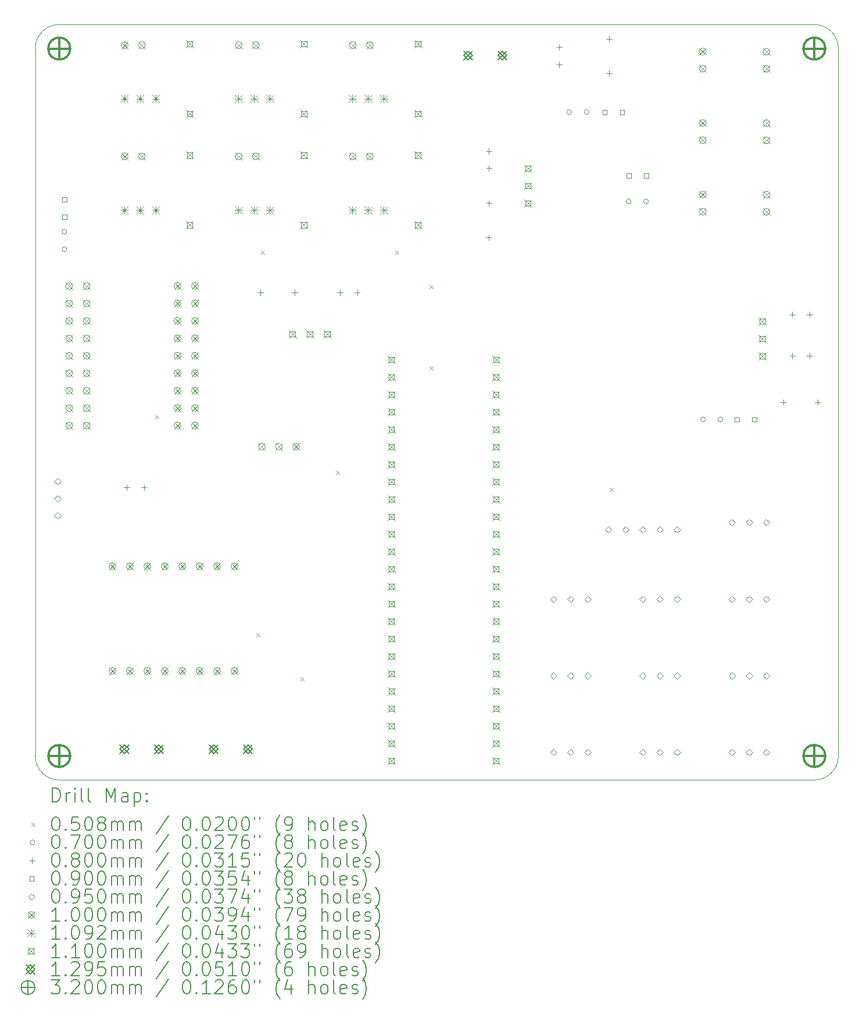
<source format=gbr>
%FSLAX45Y45*%
G04 Gerber Fmt 4.5, Leading zero omitted, Abs format (unit mm)*
G04 Created by KiCad (PCBNEW 6.0.5-a6ca702e91~116~ubuntu20.04.1) date 2022-05-31 08:03:51*
%MOMM*%
%LPD*%
G01*
G04 APERTURE LIST*
%TA.AperFunction,Profile*%
%ADD10C,0.100000*%
%TD*%
%ADD11C,0.200000*%
%ADD12C,0.050800*%
%ADD13C,0.070000*%
%ADD14C,0.080000*%
%ADD15C,0.090000*%
%ADD16C,0.095000*%
%ADD17C,0.100000*%
%ADD18C,0.109220*%
%ADD19C,0.110000*%
%ADD20C,0.129540*%
%ADD21C,0.320000*%
G04 APERTURE END LIST*
D10*
X12050000Y-14650000D02*
G75*
G03*
X12400000Y-15000000I350000J0D01*
G01*
X23400000Y-15000000D02*
G75*
G03*
X23750000Y-14650000I0J350000D01*
G01*
X23750000Y-4350000D02*
G75*
G03*
X23400000Y-4000000I-350000J0D01*
G01*
X12400000Y-4000000D02*
G75*
G03*
X12050000Y-4350000I0J-350000D01*
G01*
X23400000Y-4000000D02*
X12400000Y-4000000D01*
X23750000Y-14650000D02*
X23750000Y-4350000D01*
X12400000Y-15000000D02*
X23400000Y-15000000D01*
X12050000Y-4350000D02*
X12050000Y-14650000D01*
D11*
D12*
X13794600Y-9684601D02*
X13845400Y-9735401D01*
X13845400Y-9684601D02*
X13794600Y-9735401D01*
X15274600Y-12864600D02*
X15325400Y-12915400D01*
X15325400Y-12864600D02*
X15274600Y-12915400D01*
X15334600Y-7294601D02*
X15385400Y-7345401D01*
X15385400Y-7294601D02*
X15334600Y-7345401D01*
X15914601Y-13504601D02*
X15965401Y-13555401D01*
X15965401Y-13504601D02*
X15914601Y-13555401D01*
X16434600Y-10504599D02*
X16485400Y-10555399D01*
X16485400Y-10504599D02*
X16434600Y-10555399D01*
X17294601Y-7294601D02*
X17345401Y-7345401D01*
X17345401Y-7294601D02*
X17294601Y-7345401D01*
X17794600Y-7794600D02*
X17845400Y-7845400D01*
X17845400Y-7794600D02*
X17794600Y-7845400D01*
X17794600Y-8974600D02*
X17845400Y-9025400D01*
X17845400Y-8974600D02*
X17794600Y-9025400D01*
X20414600Y-10744599D02*
X20465400Y-10795399D01*
X20465400Y-10744599D02*
X20414600Y-10795399D01*
D13*
X12510000Y-7018000D02*
G75*
G03*
X12510000Y-7018000I-35000J0D01*
G01*
X12510000Y-7272000D02*
G75*
G03*
X12510000Y-7272000I-35000J0D01*
G01*
X19863000Y-5275000D02*
G75*
G03*
X19863000Y-5275000I-35000J0D01*
G01*
X20117000Y-5275000D02*
G75*
G03*
X20117000Y-5275000I-35000J0D01*
G01*
X20728000Y-6575000D02*
G75*
G03*
X20728000Y-6575000I-35000J0D01*
G01*
X20982000Y-6575000D02*
G75*
G03*
X20982000Y-6575000I-35000J0D01*
G01*
X21813000Y-9750000D02*
G75*
G03*
X21813000Y-9750000I-35000J0D01*
G01*
X22067000Y-9750000D02*
G75*
G03*
X22067000Y-9750000I-35000J0D01*
G01*
D14*
X13382572Y-10700000D02*
X13382572Y-10780000D01*
X13342572Y-10740000D02*
X13422572Y-10740000D01*
X13632572Y-10700000D02*
X13632572Y-10780000D01*
X13592572Y-10740000D02*
X13672572Y-10740000D01*
X15330000Y-7860000D02*
X15330000Y-7940000D01*
X15290000Y-7900000D02*
X15370000Y-7900000D01*
X15830000Y-7860000D02*
X15830000Y-7940000D01*
X15790000Y-7900000D02*
X15870000Y-7900000D01*
X16490363Y-7860000D02*
X16490363Y-7940000D01*
X16450363Y-7900000D02*
X16530363Y-7900000D01*
X16740363Y-7860000D02*
X16740363Y-7940000D01*
X16700363Y-7900000D02*
X16780363Y-7900000D01*
X18661500Y-5803337D02*
X18661500Y-5883337D01*
X18621500Y-5843337D02*
X18701500Y-5843337D01*
X18661500Y-6053337D02*
X18661500Y-6133337D01*
X18621500Y-6093337D02*
X18701500Y-6093337D01*
X18661500Y-6560000D02*
X18661500Y-6640000D01*
X18621500Y-6600000D02*
X18701500Y-6600000D01*
X18661500Y-7060000D02*
X18661500Y-7140000D01*
X18621500Y-7100000D02*
X18701500Y-7100000D01*
X19685620Y-4291762D02*
X19685620Y-4371762D01*
X19645620Y-4331762D02*
X19725620Y-4331762D01*
X19685620Y-4541762D02*
X19685620Y-4621762D01*
X19645620Y-4581762D02*
X19725620Y-4581762D01*
X20410000Y-4170000D02*
X20410000Y-4250000D01*
X20370000Y-4210000D02*
X20450000Y-4210000D01*
X20410000Y-4670000D02*
X20410000Y-4750000D01*
X20370000Y-4710000D02*
X20450000Y-4710000D01*
X22950000Y-9460000D02*
X22950000Y-9540000D01*
X22910000Y-9500000D02*
X22990000Y-9500000D01*
X23080363Y-8179637D02*
X23080363Y-8259637D01*
X23040363Y-8219637D02*
X23120363Y-8219637D01*
X23080363Y-8785000D02*
X23080363Y-8865000D01*
X23040363Y-8825000D02*
X23120363Y-8825000D01*
X23330363Y-8179637D02*
X23330363Y-8259637D01*
X23290363Y-8219637D02*
X23370363Y-8219637D01*
X23330363Y-8785000D02*
X23330363Y-8865000D01*
X23290363Y-8825000D02*
X23370363Y-8825000D01*
X23450000Y-9460000D02*
X23450000Y-9540000D01*
X23410000Y-9500000D02*
X23490000Y-9500000D01*
D15*
X12506820Y-6579320D02*
X12506820Y-6515680D01*
X12443180Y-6515680D01*
X12443180Y-6579320D01*
X12506820Y-6579320D01*
X12506820Y-6833320D02*
X12506820Y-6769680D01*
X12443180Y-6769680D01*
X12443180Y-6833320D01*
X12506820Y-6833320D01*
X20380320Y-5306820D02*
X20380320Y-5243180D01*
X20316680Y-5243180D01*
X20316680Y-5306820D01*
X20380320Y-5306820D01*
X20634320Y-5306820D02*
X20634320Y-5243180D01*
X20570680Y-5243180D01*
X20570680Y-5306820D01*
X20634320Y-5306820D01*
X20730320Y-6231820D02*
X20730320Y-6168180D01*
X20666680Y-6168180D01*
X20666680Y-6231820D01*
X20730320Y-6231820D01*
X20984320Y-6231820D02*
X20984320Y-6168180D01*
X20920680Y-6168180D01*
X20920680Y-6231820D01*
X20984320Y-6231820D01*
X22305320Y-9781820D02*
X22305320Y-9718180D01*
X22241680Y-9718180D01*
X22241680Y-9781820D01*
X22305320Y-9781820D01*
X22559320Y-9781820D02*
X22559320Y-9718180D01*
X22495680Y-9718180D01*
X22495680Y-9781820D01*
X22559320Y-9781820D01*
D16*
X12375000Y-10697500D02*
X12422500Y-10650000D01*
X12375000Y-10602500D01*
X12327500Y-10650000D01*
X12375000Y-10697500D01*
X12375000Y-10947500D02*
X12422500Y-10900000D01*
X12375000Y-10852500D01*
X12327500Y-10900000D01*
X12375000Y-10947500D01*
X12375000Y-11197500D02*
X12422500Y-11150000D01*
X12375000Y-11102500D01*
X12327500Y-11150000D01*
X12375000Y-11197500D01*
X19600000Y-12413333D02*
X19647500Y-12365833D01*
X19600000Y-12318333D01*
X19552500Y-12365833D01*
X19600000Y-12413333D01*
X19600000Y-13529167D02*
X19647500Y-13481667D01*
X19600000Y-13434167D01*
X19552500Y-13481667D01*
X19600000Y-13529167D01*
X19600000Y-14645000D02*
X19647500Y-14597500D01*
X19600000Y-14550000D01*
X19552500Y-14597500D01*
X19600000Y-14645000D01*
X19850000Y-12413333D02*
X19897500Y-12365833D01*
X19850000Y-12318333D01*
X19802500Y-12365833D01*
X19850000Y-12413333D01*
X19850000Y-13529167D02*
X19897500Y-13481667D01*
X19850000Y-13434167D01*
X19802500Y-13481667D01*
X19850000Y-13529167D01*
X19850000Y-14645000D02*
X19897500Y-14597500D01*
X19850000Y-14550000D01*
X19802500Y-14597500D01*
X19850000Y-14645000D01*
X20100000Y-12413333D02*
X20147500Y-12365833D01*
X20100000Y-12318333D01*
X20052500Y-12365833D01*
X20100000Y-12413333D01*
X20100000Y-13529167D02*
X20147500Y-13481667D01*
X20100000Y-13434167D01*
X20052500Y-13481667D01*
X20100000Y-13529167D01*
X20100000Y-14645000D02*
X20147500Y-14597500D01*
X20100000Y-14550000D01*
X20052500Y-14597500D01*
X20100000Y-14645000D01*
X20400000Y-11402500D02*
X20447500Y-11355000D01*
X20400000Y-11307500D01*
X20352500Y-11355000D01*
X20400000Y-11402500D01*
X20650000Y-11402500D02*
X20697500Y-11355000D01*
X20650000Y-11307500D01*
X20602500Y-11355000D01*
X20650000Y-11402500D01*
X20900000Y-11402500D02*
X20947500Y-11355000D01*
X20900000Y-11307500D01*
X20852500Y-11355000D01*
X20900000Y-11402500D01*
X20900000Y-12413333D02*
X20947500Y-12365833D01*
X20900000Y-12318333D01*
X20852500Y-12365833D01*
X20900000Y-12413333D01*
X20900000Y-13529167D02*
X20947500Y-13481667D01*
X20900000Y-13434167D01*
X20852500Y-13481667D01*
X20900000Y-13529167D01*
X20900000Y-14645000D02*
X20947500Y-14597500D01*
X20900000Y-14550000D01*
X20852500Y-14597500D01*
X20900000Y-14645000D01*
X21150000Y-11402500D02*
X21197500Y-11355000D01*
X21150000Y-11307500D01*
X21102500Y-11355000D01*
X21150000Y-11402500D01*
X21150000Y-12413333D02*
X21197500Y-12365833D01*
X21150000Y-12318333D01*
X21102500Y-12365833D01*
X21150000Y-12413333D01*
X21150000Y-13529167D02*
X21197500Y-13481667D01*
X21150000Y-13434167D01*
X21102500Y-13481667D01*
X21150000Y-13529167D01*
X21150000Y-14645000D02*
X21197500Y-14597500D01*
X21150000Y-14550000D01*
X21102500Y-14597500D01*
X21150000Y-14645000D01*
X21400000Y-11402500D02*
X21447500Y-11355000D01*
X21400000Y-11307500D01*
X21352500Y-11355000D01*
X21400000Y-11402500D01*
X21400000Y-12413333D02*
X21447500Y-12365833D01*
X21400000Y-12318333D01*
X21352500Y-12365833D01*
X21400000Y-12413333D01*
X21400000Y-13529167D02*
X21447500Y-13481667D01*
X21400000Y-13434167D01*
X21352500Y-13481667D01*
X21400000Y-13529167D01*
X21400000Y-14645000D02*
X21447500Y-14597500D01*
X21400000Y-14550000D01*
X21352500Y-14597500D01*
X21400000Y-14645000D01*
X22200000Y-11297500D02*
X22247500Y-11250000D01*
X22200000Y-11202500D01*
X22152500Y-11250000D01*
X22200000Y-11297500D01*
X22200000Y-12413333D02*
X22247500Y-12365833D01*
X22200000Y-12318333D01*
X22152500Y-12365833D01*
X22200000Y-12413333D01*
X22200000Y-13529167D02*
X22247500Y-13481667D01*
X22200000Y-13434167D01*
X22152500Y-13481667D01*
X22200000Y-13529167D01*
X22200000Y-14645000D02*
X22247500Y-14597500D01*
X22200000Y-14550000D01*
X22152500Y-14597500D01*
X22200000Y-14645000D01*
X22450000Y-11297500D02*
X22497500Y-11250000D01*
X22450000Y-11202500D01*
X22402500Y-11250000D01*
X22450000Y-11297500D01*
X22450000Y-12413333D02*
X22497500Y-12365833D01*
X22450000Y-12318333D01*
X22402500Y-12365833D01*
X22450000Y-12413333D01*
X22450000Y-13529167D02*
X22497500Y-13481667D01*
X22450000Y-13434167D01*
X22402500Y-13481667D01*
X22450000Y-13529167D01*
X22450000Y-14645000D02*
X22497500Y-14597500D01*
X22450000Y-14550000D01*
X22402500Y-14597500D01*
X22450000Y-14645000D01*
X22700000Y-11297500D02*
X22747500Y-11250000D01*
X22700000Y-11202500D01*
X22652500Y-11250000D01*
X22700000Y-11297500D01*
X22700000Y-12413333D02*
X22747500Y-12365833D01*
X22700000Y-12318333D01*
X22652500Y-12365833D01*
X22700000Y-12413333D01*
X22700000Y-13529167D02*
X22747500Y-13481667D01*
X22700000Y-13434167D01*
X22652500Y-13481667D01*
X22700000Y-13529167D01*
X22700000Y-14645000D02*
X22747500Y-14597500D01*
X22700000Y-14550000D01*
X22652500Y-14597500D01*
X22700000Y-14645000D01*
D17*
X12496000Y-7756850D02*
X12596000Y-7856850D01*
X12596000Y-7756850D02*
X12496000Y-7856850D01*
X12596000Y-7806850D02*
G75*
G03*
X12596000Y-7806850I-50000J0D01*
G01*
X12496000Y-8010850D02*
X12596000Y-8110850D01*
X12596000Y-8010850D02*
X12496000Y-8110850D01*
X12596000Y-8060850D02*
G75*
G03*
X12596000Y-8060850I-50000J0D01*
G01*
X12496000Y-8264850D02*
X12596000Y-8364850D01*
X12596000Y-8264850D02*
X12496000Y-8364850D01*
X12596000Y-8314850D02*
G75*
G03*
X12596000Y-8314850I-50000J0D01*
G01*
X12496000Y-8518850D02*
X12596000Y-8618850D01*
X12596000Y-8518850D02*
X12496000Y-8618850D01*
X12596000Y-8568850D02*
G75*
G03*
X12596000Y-8568850I-50000J0D01*
G01*
X12496000Y-8772850D02*
X12596000Y-8872850D01*
X12596000Y-8772850D02*
X12496000Y-8872850D01*
X12596000Y-8822850D02*
G75*
G03*
X12596000Y-8822850I-50000J0D01*
G01*
X12496000Y-9026850D02*
X12596000Y-9126850D01*
X12596000Y-9026850D02*
X12496000Y-9126850D01*
X12596000Y-9076850D02*
G75*
G03*
X12596000Y-9076850I-50000J0D01*
G01*
X12496000Y-9280850D02*
X12596000Y-9380850D01*
X12596000Y-9280850D02*
X12496000Y-9380850D01*
X12596000Y-9330850D02*
G75*
G03*
X12596000Y-9330850I-50000J0D01*
G01*
X12496000Y-9534850D02*
X12596000Y-9634850D01*
X12596000Y-9534850D02*
X12496000Y-9634850D01*
X12596000Y-9584850D02*
G75*
G03*
X12596000Y-9584850I-50000J0D01*
G01*
X12496000Y-9788850D02*
X12596000Y-9888850D01*
X12596000Y-9788850D02*
X12496000Y-9888850D01*
X12596000Y-9838850D02*
G75*
G03*
X12596000Y-9838850I-50000J0D01*
G01*
X12750000Y-7756850D02*
X12850000Y-7856850D01*
X12850000Y-7756850D02*
X12750000Y-7856850D01*
X12850000Y-7806850D02*
G75*
G03*
X12850000Y-7806850I-50000J0D01*
G01*
X12750000Y-8010850D02*
X12850000Y-8110850D01*
X12850000Y-8010850D02*
X12750000Y-8110850D01*
X12850000Y-8060850D02*
G75*
G03*
X12850000Y-8060850I-50000J0D01*
G01*
X12750000Y-8264850D02*
X12850000Y-8364850D01*
X12850000Y-8264850D02*
X12750000Y-8364850D01*
X12850000Y-8314850D02*
G75*
G03*
X12850000Y-8314850I-50000J0D01*
G01*
X12750000Y-8518850D02*
X12850000Y-8618850D01*
X12850000Y-8518850D02*
X12750000Y-8618850D01*
X12850000Y-8568850D02*
G75*
G03*
X12850000Y-8568850I-50000J0D01*
G01*
X12750000Y-8772850D02*
X12850000Y-8872850D01*
X12850000Y-8772850D02*
X12750000Y-8872850D01*
X12850000Y-8822850D02*
G75*
G03*
X12850000Y-8822850I-50000J0D01*
G01*
X12750000Y-9026850D02*
X12850000Y-9126850D01*
X12850000Y-9026850D02*
X12750000Y-9126850D01*
X12850000Y-9076850D02*
G75*
G03*
X12850000Y-9076850I-50000J0D01*
G01*
X12750000Y-9280850D02*
X12850000Y-9380850D01*
X12850000Y-9280850D02*
X12750000Y-9380850D01*
X12850000Y-9330850D02*
G75*
G03*
X12850000Y-9330850I-50000J0D01*
G01*
X12750000Y-9534850D02*
X12850000Y-9634850D01*
X12850000Y-9534850D02*
X12750000Y-9634850D01*
X12850000Y-9584850D02*
G75*
G03*
X12850000Y-9584850I-50000J0D01*
G01*
X12750000Y-9788850D02*
X12850000Y-9888850D01*
X12850000Y-9788850D02*
X12750000Y-9888850D01*
X12850000Y-9838850D02*
G75*
G03*
X12850000Y-9838850I-50000J0D01*
G01*
X13125000Y-11838000D02*
X13225000Y-11938000D01*
X13225000Y-11838000D02*
X13125000Y-11938000D01*
X13225000Y-11888000D02*
G75*
G03*
X13225000Y-11888000I-50000J0D01*
G01*
X13125000Y-13362000D02*
X13225000Y-13462000D01*
X13225000Y-13362000D02*
X13125000Y-13462000D01*
X13225000Y-13412000D02*
G75*
G03*
X13225000Y-13412000I-50000J0D01*
G01*
X13303760Y-4250000D02*
X13403760Y-4350000D01*
X13403760Y-4250000D02*
X13303760Y-4350000D01*
X13403760Y-4300000D02*
G75*
G03*
X13403760Y-4300000I-50000J0D01*
G01*
X13303760Y-5869380D02*
X13403760Y-5969380D01*
X13403760Y-5869380D02*
X13303760Y-5969380D01*
X13403760Y-5919380D02*
G75*
G03*
X13403760Y-5919380I-50000J0D01*
G01*
X13379000Y-11838000D02*
X13479000Y-11938000D01*
X13479000Y-11838000D02*
X13379000Y-11938000D01*
X13479000Y-11888000D02*
G75*
G03*
X13479000Y-11888000I-50000J0D01*
G01*
X13379000Y-13362000D02*
X13479000Y-13462000D01*
X13479000Y-13362000D02*
X13379000Y-13462000D01*
X13479000Y-13412000D02*
G75*
G03*
X13479000Y-13412000I-50000J0D01*
G01*
X13553760Y-4250000D02*
X13653760Y-4350000D01*
X13653760Y-4250000D02*
X13553760Y-4350000D01*
X13653760Y-4300000D02*
G75*
G03*
X13653760Y-4300000I-50000J0D01*
G01*
X13553760Y-5869380D02*
X13653760Y-5969380D01*
X13653760Y-5869380D02*
X13553760Y-5969380D01*
X13653760Y-5919380D02*
G75*
G03*
X13653760Y-5919380I-50000J0D01*
G01*
X13633000Y-11838000D02*
X13733000Y-11938000D01*
X13733000Y-11838000D02*
X13633000Y-11938000D01*
X13733000Y-11888000D02*
G75*
G03*
X13733000Y-11888000I-50000J0D01*
G01*
X13633000Y-13362000D02*
X13733000Y-13462000D01*
X13733000Y-13362000D02*
X13633000Y-13462000D01*
X13733000Y-13412000D02*
G75*
G03*
X13733000Y-13412000I-50000J0D01*
G01*
X13887000Y-11838000D02*
X13987000Y-11938000D01*
X13987000Y-11838000D02*
X13887000Y-11938000D01*
X13987000Y-11888000D02*
G75*
G03*
X13987000Y-11888000I-50000J0D01*
G01*
X13887000Y-13362000D02*
X13987000Y-13462000D01*
X13987000Y-13362000D02*
X13887000Y-13462000D01*
X13987000Y-13412000D02*
G75*
G03*
X13987000Y-13412000I-50000J0D01*
G01*
X14073000Y-7756850D02*
X14173000Y-7856850D01*
X14173000Y-7756850D02*
X14073000Y-7856850D01*
X14173000Y-7806850D02*
G75*
G03*
X14173000Y-7806850I-50000J0D01*
G01*
X14073000Y-8010850D02*
X14173000Y-8110850D01*
X14173000Y-8010850D02*
X14073000Y-8110850D01*
X14173000Y-8060850D02*
G75*
G03*
X14173000Y-8060850I-50000J0D01*
G01*
X14073000Y-8264850D02*
X14173000Y-8364850D01*
X14173000Y-8264850D02*
X14073000Y-8364850D01*
X14173000Y-8314850D02*
G75*
G03*
X14173000Y-8314850I-50000J0D01*
G01*
X14073000Y-8518850D02*
X14173000Y-8618850D01*
X14173000Y-8518850D02*
X14073000Y-8618850D01*
X14173000Y-8568850D02*
G75*
G03*
X14173000Y-8568850I-50000J0D01*
G01*
X14073000Y-8772850D02*
X14173000Y-8872850D01*
X14173000Y-8772850D02*
X14073000Y-8872850D01*
X14173000Y-8822850D02*
G75*
G03*
X14173000Y-8822850I-50000J0D01*
G01*
X14073000Y-9026850D02*
X14173000Y-9126850D01*
X14173000Y-9026850D02*
X14073000Y-9126850D01*
X14173000Y-9076850D02*
G75*
G03*
X14173000Y-9076850I-50000J0D01*
G01*
X14073000Y-9280850D02*
X14173000Y-9380850D01*
X14173000Y-9280850D02*
X14073000Y-9380850D01*
X14173000Y-9330850D02*
G75*
G03*
X14173000Y-9330850I-50000J0D01*
G01*
X14073000Y-9534850D02*
X14173000Y-9634850D01*
X14173000Y-9534850D02*
X14073000Y-9634850D01*
X14173000Y-9584850D02*
G75*
G03*
X14173000Y-9584850I-50000J0D01*
G01*
X14073000Y-9788850D02*
X14173000Y-9888850D01*
X14173000Y-9788850D02*
X14073000Y-9888850D01*
X14173000Y-9838850D02*
G75*
G03*
X14173000Y-9838850I-50000J0D01*
G01*
X14141000Y-11838000D02*
X14241000Y-11938000D01*
X14241000Y-11838000D02*
X14141000Y-11938000D01*
X14241000Y-11888000D02*
G75*
G03*
X14241000Y-11888000I-50000J0D01*
G01*
X14141000Y-13362000D02*
X14241000Y-13462000D01*
X14241000Y-13362000D02*
X14141000Y-13462000D01*
X14241000Y-13412000D02*
G75*
G03*
X14241000Y-13412000I-50000J0D01*
G01*
X14327000Y-7756850D02*
X14427000Y-7856850D01*
X14427000Y-7756850D02*
X14327000Y-7856850D01*
X14427000Y-7806850D02*
G75*
G03*
X14427000Y-7806850I-50000J0D01*
G01*
X14327000Y-8010850D02*
X14427000Y-8110850D01*
X14427000Y-8010850D02*
X14327000Y-8110850D01*
X14427000Y-8060850D02*
G75*
G03*
X14427000Y-8060850I-50000J0D01*
G01*
X14327000Y-8264850D02*
X14427000Y-8364850D01*
X14427000Y-8264850D02*
X14327000Y-8364850D01*
X14427000Y-8314850D02*
G75*
G03*
X14427000Y-8314850I-50000J0D01*
G01*
X14327000Y-8518850D02*
X14427000Y-8618850D01*
X14427000Y-8518850D02*
X14327000Y-8618850D01*
X14427000Y-8568850D02*
G75*
G03*
X14427000Y-8568850I-50000J0D01*
G01*
X14327000Y-8772850D02*
X14427000Y-8872850D01*
X14427000Y-8772850D02*
X14327000Y-8872850D01*
X14427000Y-8822850D02*
G75*
G03*
X14427000Y-8822850I-50000J0D01*
G01*
X14327000Y-9026850D02*
X14427000Y-9126850D01*
X14427000Y-9026850D02*
X14327000Y-9126850D01*
X14427000Y-9076850D02*
G75*
G03*
X14427000Y-9076850I-50000J0D01*
G01*
X14327000Y-9280850D02*
X14427000Y-9380850D01*
X14427000Y-9280850D02*
X14327000Y-9380850D01*
X14427000Y-9330850D02*
G75*
G03*
X14427000Y-9330850I-50000J0D01*
G01*
X14327000Y-9534850D02*
X14427000Y-9634850D01*
X14427000Y-9534850D02*
X14327000Y-9634850D01*
X14427000Y-9584850D02*
G75*
G03*
X14427000Y-9584850I-50000J0D01*
G01*
X14327000Y-9788850D02*
X14427000Y-9888850D01*
X14427000Y-9788850D02*
X14327000Y-9888850D01*
X14427000Y-9838850D02*
G75*
G03*
X14427000Y-9838850I-50000J0D01*
G01*
X14395000Y-11838000D02*
X14495000Y-11938000D01*
X14495000Y-11838000D02*
X14395000Y-11938000D01*
X14495000Y-11888000D02*
G75*
G03*
X14495000Y-11888000I-50000J0D01*
G01*
X14395000Y-13362000D02*
X14495000Y-13462000D01*
X14495000Y-13362000D02*
X14395000Y-13462000D01*
X14495000Y-13412000D02*
G75*
G03*
X14495000Y-13412000I-50000J0D01*
G01*
X14649000Y-11838000D02*
X14749000Y-11938000D01*
X14749000Y-11838000D02*
X14649000Y-11938000D01*
X14749000Y-11888000D02*
G75*
G03*
X14749000Y-11888000I-50000J0D01*
G01*
X14649000Y-13362000D02*
X14749000Y-13462000D01*
X14749000Y-13362000D02*
X14649000Y-13462000D01*
X14749000Y-13412000D02*
G75*
G03*
X14749000Y-13412000I-50000J0D01*
G01*
X14903000Y-11838000D02*
X15003000Y-11938000D01*
X15003000Y-11838000D02*
X14903000Y-11938000D01*
X15003000Y-11888000D02*
G75*
G03*
X15003000Y-11888000I-50000J0D01*
G01*
X14903000Y-13362000D02*
X15003000Y-13462000D01*
X15003000Y-13362000D02*
X14903000Y-13462000D01*
X15003000Y-13412000D02*
G75*
G03*
X15003000Y-13412000I-50000J0D01*
G01*
X14964380Y-4250000D02*
X15064380Y-4350000D01*
X15064380Y-4250000D02*
X14964380Y-4350000D01*
X15064380Y-4300000D02*
G75*
G03*
X15064380Y-4300000I-50000J0D01*
G01*
X14964380Y-5869380D02*
X15064380Y-5969380D01*
X15064380Y-5869380D02*
X14964380Y-5969380D01*
X15064380Y-5919380D02*
G75*
G03*
X15064380Y-5919380I-50000J0D01*
G01*
X15214380Y-4250000D02*
X15314380Y-4350000D01*
X15314380Y-4250000D02*
X15214380Y-4350000D01*
X15314380Y-4300000D02*
G75*
G03*
X15314380Y-4300000I-50000J0D01*
G01*
X15214380Y-5869380D02*
X15314380Y-5969380D01*
X15314380Y-5869380D02*
X15214380Y-5969380D01*
X15314380Y-5919380D02*
G75*
G03*
X15314380Y-5919380I-50000J0D01*
G01*
X15300000Y-10095000D02*
X15400000Y-10195000D01*
X15400000Y-10095000D02*
X15300000Y-10195000D01*
X15400000Y-10145000D02*
G75*
G03*
X15400000Y-10145000I-50000J0D01*
G01*
X15550000Y-10095000D02*
X15650000Y-10195000D01*
X15650000Y-10095000D02*
X15550000Y-10195000D01*
X15650000Y-10145000D02*
G75*
G03*
X15650000Y-10145000I-50000J0D01*
G01*
X15800000Y-10095000D02*
X15900000Y-10195000D01*
X15900000Y-10095000D02*
X15800000Y-10195000D01*
X15900000Y-10145000D02*
G75*
G03*
X15900000Y-10145000I-50000J0D01*
G01*
X16625000Y-4249999D02*
X16725000Y-4349999D01*
X16725000Y-4249999D02*
X16625000Y-4349999D01*
X16725000Y-4299999D02*
G75*
G03*
X16725000Y-4299999I-50000J0D01*
G01*
X16625000Y-5869380D02*
X16725000Y-5969380D01*
X16725000Y-5869380D02*
X16625000Y-5969380D01*
X16725000Y-5919380D02*
G75*
G03*
X16725000Y-5919380I-50000J0D01*
G01*
X16875000Y-4249999D02*
X16975000Y-4349999D01*
X16975000Y-4249999D02*
X16875000Y-4349999D01*
X16975000Y-4299999D02*
G75*
G03*
X16975000Y-4299999I-50000J0D01*
G01*
X16875000Y-5869380D02*
X16975000Y-5969380D01*
X16975000Y-5869380D02*
X16875000Y-5969380D01*
X16975000Y-5919380D02*
G75*
G03*
X16975000Y-5919380I-50000J0D01*
G01*
X21725000Y-4343000D02*
X21825000Y-4443000D01*
X21825000Y-4343000D02*
X21725000Y-4443000D01*
X21825000Y-4393000D02*
G75*
G03*
X21825000Y-4393000I-50000J0D01*
G01*
X21725000Y-4593000D02*
X21825000Y-4693000D01*
X21825000Y-4593000D02*
X21725000Y-4693000D01*
X21825000Y-4643000D02*
G75*
G03*
X21825000Y-4643000I-50000J0D01*
G01*
X21725000Y-5384000D02*
X21825000Y-5484000D01*
X21825000Y-5384000D02*
X21725000Y-5484000D01*
X21825000Y-5434000D02*
G75*
G03*
X21825000Y-5434000I-50000J0D01*
G01*
X21725000Y-5634000D02*
X21825000Y-5734000D01*
X21825000Y-5634000D02*
X21725000Y-5734000D01*
X21825000Y-5684000D02*
G75*
G03*
X21825000Y-5684000I-50000J0D01*
G01*
X21725000Y-6425000D02*
X21825000Y-6525000D01*
X21825000Y-6425000D02*
X21725000Y-6525000D01*
X21825000Y-6475000D02*
G75*
G03*
X21825000Y-6475000I-50000J0D01*
G01*
X21725000Y-6675000D02*
X21825000Y-6775000D01*
X21825000Y-6675000D02*
X21725000Y-6775000D01*
X21825000Y-6725000D02*
G75*
G03*
X21825000Y-6725000I-50000J0D01*
G01*
X22652500Y-4344999D02*
X22752500Y-4444999D01*
X22752500Y-4344999D02*
X22652500Y-4444999D01*
X22752500Y-4394999D02*
G75*
G03*
X22752500Y-4394999I-50000J0D01*
G01*
X22652500Y-4594999D02*
X22752500Y-4694999D01*
X22752500Y-4594999D02*
X22652500Y-4694999D01*
X22752500Y-4644999D02*
G75*
G03*
X22752500Y-4644999I-50000J0D01*
G01*
X22652500Y-5386000D02*
X22752500Y-5486000D01*
X22752500Y-5386000D02*
X22652500Y-5486000D01*
X22752500Y-5436000D02*
G75*
G03*
X22752500Y-5436000I-50000J0D01*
G01*
X22652500Y-5636000D02*
X22752500Y-5736000D01*
X22752500Y-5636000D02*
X22652500Y-5736000D01*
X22752500Y-5686000D02*
G75*
G03*
X22752500Y-5686000I-50000J0D01*
G01*
X22652500Y-6427000D02*
X22752500Y-6527000D01*
X22752500Y-6427000D02*
X22652500Y-6527000D01*
X22752500Y-6477000D02*
G75*
G03*
X22752500Y-6477000I-50000J0D01*
G01*
X22652500Y-6677000D02*
X22752500Y-6777000D01*
X22752500Y-6677000D02*
X22652500Y-6777000D01*
X22752500Y-6727000D02*
G75*
G03*
X22752500Y-6727000I-50000J0D01*
G01*
D18*
X13293910Y-5026010D02*
X13403130Y-5135230D01*
X13403130Y-5026010D02*
X13293910Y-5135230D01*
X13348520Y-5026010D02*
X13348520Y-5135230D01*
X13293910Y-5080620D02*
X13403130Y-5080620D01*
X13293910Y-6645389D02*
X13403130Y-6754609D01*
X13403130Y-6645389D02*
X13293910Y-6754609D01*
X13348520Y-6645389D02*
X13348520Y-6754609D01*
X13293910Y-6699999D02*
X13403130Y-6699999D01*
X13522510Y-5026010D02*
X13631730Y-5135230D01*
X13631730Y-5026010D02*
X13522510Y-5135230D01*
X13577120Y-5026010D02*
X13577120Y-5135230D01*
X13522510Y-5080620D02*
X13631730Y-5080620D01*
X13522510Y-6645389D02*
X13631730Y-6754609D01*
X13631730Y-6645389D02*
X13522510Y-6754609D01*
X13577120Y-6645389D02*
X13577120Y-6754609D01*
X13522510Y-6699999D02*
X13631730Y-6699999D01*
X13751110Y-5026010D02*
X13860330Y-5135230D01*
X13860330Y-5026010D02*
X13751110Y-5135230D01*
X13805720Y-5026010D02*
X13805720Y-5135230D01*
X13751110Y-5080620D02*
X13860330Y-5080620D01*
X13751110Y-6645389D02*
X13860330Y-6754609D01*
X13860330Y-6645389D02*
X13751110Y-6754609D01*
X13805720Y-6645389D02*
X13805720Y-6754609D01*
X13751110Y-6699999D02*
X13860330Y-6699999D01*
X14954530Y-5026010D02*
X15063750Y-5135230D01*
X15063750Y-5026010D02*
X14954530Y-5135230D01*
X15009140Y-5026010D02*
X15009140Y-5135230D01*
X14954530Y-5080620D02*
X15063750Y-5080620D01*
X14954530Y-6645390D02*
X15063750Y-6754610D01*
X15063750Y-6645390D02*
X14954530Y-6754610D01*
X15009140Y-6645390D02*
X15009140Y-6754610D01*
X14954530Y-6700000D02*
X15063750Y-6700000D01*
X15183130Y-5026010D02*
X15292350Y-5135230D01*
X15292350Y-5026010D02*
X15183130Y-5135230D01*
X15237740Y-5026010D02*
X15237740Y-5135230D01*
X15183130Y-5080620D02*
X15292350Y-5080620D01*
X15183130Y-6645390D02*
X15292350Y-6754610D01*
X15292350Y-6645390D02*
X15183130Y-6754610D01*
X15237740Y-6645390D02*
X15237740Y-6754610D01*
X15183130Y-6700000D02*
X15292350Y-6700000D01*
X15411730Y-5026010D02*
X15520950Y-5135230D01*
X15520950Y-5026010D02*
X15411730Y-5135230D01*
X15466340Y-5026010D02*
X15466340Y-5135230D01*
X15411730Y-5080620D02*
X15520950Y-5080620D01*
X15411730Y-6645390D02*
X15520950Y-6754610D01*
X15520950Y-6645390D02*
X15411730Y-6754610D01*
X15466340Y-6645390D02*
X15466340Y-6754610D01*
X15411730Y-6700000D02*
X15520950Y-6700000D01*
X16615150Y-5026009D02*
X16724370Y-5135229D01*
X16724370Y-5026009D02*
X16615150Y-5135229D01*
X16669760Y-5026009D02*
X16669760Y-5135229D01*
X16615150Y-5080619D02*
X16724370Y-5080619D01*
X16615150Y-6645390D02*
X16724370Y-6754610D01*
X16724370Y-6645390D02*
X16615150Y-6754610D01*
X16669760Y-6645390D02*
X16669760Y-6754610D01*
X16615150Y-6700000D02*
X16724370Y-6700000D01*
X16843750Y-5026009D02*
X16952970Y-5135229D01*
X16952970Y-5026009D02*
X16843750Y-5135229D01*
X16898360Y-5026009D02*
X16898360Y-5135229D01*
X16843750Y-5080619D02*
X16952970Y-5080619D01*
X16843750Y-6645390D02*
X16952970Y-6754610D01*
X16952970Y-6645390D02*
X16843750Y-6754610D01*
X16898360Y-6645390D02*
X16898360Y-6754610D01*
X16843750Y-6700000D02*
X16952970Y-6700000D01*
X17072350Y-5026009D02*
X17181570Y-5135229D01*
X17181570Y-5026009D02*
X17072350Y-5135229D01*
X17126960Y-5026009D02*
X17126960Y-5135229D01*
X17072350Y-5080619D02*
X17181570Y-5080619D01*
X17072350Y-6645390D02*
X17181570Y-6754610D01*
X17181570Y-6645390D02*
X17072350Y-6754610D01*
X17126960Y-6645390D02*
X17126960Y-6754610D01*
X17072350Y-6700000D02*
X17181570Y-6700000D01*
D19*
X14248760Y-4229000D02*
X14358760Y-4339000D01*
X14358760Y-4229000D02*
X14248760Y-4339000D01*
X14342651Y-4322891D02*
X14342651Y-4245109D01*
X14264869Y-4245109D01*
X14264869Y-4322891D01*
X14342651Y-4322891D01*
X14248760Y-5245000D02*
X14358760Y-5355000D01*
X14358760Y-5245000D02*
X14248760Y-5355000D01*
X14342651Y-5338891D02*
X14342651Y-5261109D01*
X14264869Y-5261109D01*
X14264869Y-5338891D01*
X14342651Y-5338891D01*
X14248760Y-5848380D02*
X14358760Y-5958380D01*
X14358760Y-5848380D02*
X14248760Y-5958380D01*
X14342651Y-5942271D02*
X14342651Y-5864489D01*
X14264869Y-5864489D01*
X14264869Y-5942271D01*
X14342651Y-5942271D01*
X14248760Y-6864380D02*
X14358760Y-6974380D01*
X14358760Y-6864380D02*
X14248760Y-6974380D01*
X14342651Y-6958271D02*
X14342651Y-6880489D01*
X14264869Y-6880489D01*
X14264869Y-6958271D01*
X14342651Y-6958271D01*
X15741000Y-8450100D02*
X15851000Y-8560100D01*
X15851000Y-8450100D02*
X15741000Y-8560100D01*
X15834891Y-8543991D02*
X15834891Y-8466209D01*
X15757109Y-8466209D01*
X15757109Y-8543991D01*
X15834891Y-8543991D01*
X15909380Y-4229000D02*
X16019380Y-4339000D01*
X16019380Y-4229000D02*
X15909380Y-4339000D01*
X16003271Y-4322891D02*
X16003271Y-4245109D01*
X15925489Y-4245109D01*
X15925489Y-4322891D01*
X16003271Y-4322891D01*
X15909380Y-5245000D02*
X16019380Y-5355000D01*
X16019380Y-5245000D02*
X15909380Y-5355000D01*
X16003271Y-5338891D02*
X16003271Y-5261109D01*
X15925489Y-5261109D01*
X15925489Y-5338891D01*
X16003271Y-5338891D01*
X15909380Y-5848380D02*
X16019380Y-5958380D01*
X16019380Y-5848380D02*
X15909380Y-5958380D01*
X16003271Y-5942271D02*
X16003271Y-5864489D01*
X15925489Y-5864489D01*
X15925489Y-5942271D01*
X16003271Y-5942271D01*
X15909380Y-6864380D02*
X16019380Y-6974380D01*
X16019380Y-6864380D02*
X15909380Y-6974380D01*
X16003271Y-6958271D02*
X16003271Y-6880489D01*
X15925489Y-6880489D01*
X15925489Y-6958271D01*
X16003271Y-6958271D01*
X15995000Y-8450100D02*
X16105000Y-8560100D01*
X16105000Y-8450100D02*
X15995000Y-8560100D01*
X16088891Y-8543991D02*
X16088891Y-8466209D01*
X16011109Y-8466209D01*
X16011109Y-8543991D01*
X16088891Y-8543991D01*
X16249000Y-8450100D02*
X16359000Y-8560100D01*
X16359000Y-8450100D02*
X16249000Y-8560100D01*
X16342891Y-8543991D02*
X16342891Y-8466209D01*
X16265109Y-8466209D01*
X16265109Y-8543991D01*
X16342891Y-8543991D01*
X17183000Y-8824000D02*
X17293000Y-8934000D01*
X17293000Y-8824000D02*
X17183000Y-8934000D01*
X17276891Y-8917891D02*
X17276891Y-8840109D01*
X17199109Y-8840109D01*
X17199109Y-8917891D01*
X17276891Y-8917891D01*
X17183000Y-9078000D02*
X17293000Y-9188000D01*
X17293000Y-9078000D02*
X17183000Y-9188000D01*
X17276891Y-9171891D02*
X17276891Y-9094109D01*
X17199109Y-9094109D01*
X17199109Y-9171891D01*
X17276891Y-9171891D01*
X17183000Y-9332000D02*
X17293000Y-9442000D01*
X17293000Y-9332000D02*
X17183000Y-9442000D01*
X17276891Y-9425891D02*
X17276891Y-9348109D01*
X17199109Y-9348109D01*
X17199109Y-9425891D01*
X17276891Y-9425891D01*
X17183000Y-9586000D02*
X17293000Y-9696000D01*
X17293000Y-9586000D02*
X17183000Y-9696000D01*
X17276891Y-9679891D02*
X17276891Y-9602109D01*
X17199109Y-9602109D01*
X17199109Y-9679891D01*
X17276891Y-9679891D01*
X17183000Y-9840000D02*
X17293000Y-9950000D01*
X17293000Y-9840000D02*
X17183000Y-9950000D01*
X17276891Y-9933891D02*
X17276891Y-9856109D01*
X17199109Y-9856109D01*
X17199109Y-9933891D01*
X17276891Y-9933891D01*
X17183000Y-10094000D02*
X17293000Y-10204000D01*
X17293000Y-10094000D02*
X17183000Y-10204000D01*
X17276891Y-10187891D02*
X17276891Y-10110109D01*
X17199109Y-10110109D01*
X17199109Y-10187891D01*
X17276891Y-10187891D01*
X17183000Y-10348000D02*
X17293000Y-10458000D01*
X17293000Y-10348000D02*
X17183000Y-10458000D01*
X17276891Y-10441891D02*
X17276891Y-10364109D01*
X17199109Y-10364109D01*
X17199109Y-10441891D01*
X17276891Y-10441891D01*
X17183000Y-10602000D02*
X17293000Y-10712000D01*
X17293000Y-10602000D02*
X17183000Y-10712000D01*
X17276891Y-10695891D02*
X17276891Y-10618109D01*
X17199109Y-10618109D01*
X17199109Y-10695891D01*
X17276891Y-10695891D01*
X17183000Y-10856000D02*
X17293000Y-10966000D01*
X17293000Y-10856000D02*
X17183000Y-10966000D01*
X17276891Y-10949891D02*
X17276891Y-10872109D01*
X17199109Y-10872109D01*
X17199109Y-10949891D01*
X17276891Y-10949891D01*
X17183000Y-11110000D02*
X17293000Y-11220000D01*
X17293000Y-11110000D02*
X17183000Y-11220000D01*
X17276891Y-11203891D02*
X17276891Y-11126109D01*
X17199109Y-11126109D01*
X17199109Y-11203891D01*
X17276891Y-11203891D01*
X17183000Y-11364000D02*
X17293000Y-11474000D01*
X17293000Y-11364000D02*
X17183000Y-11474000D01*
X17276891Y-11457891D02*
X17276891Y-11380109D01*
X17199109Y-11380109D01*
X17199109Y-11457891D01*
X17276891Y-11457891D01*
X17183000Y-11618000D02*
X17293000Y-11728000D01*
X17293000Y-11618000D02*
X17183000Y-11728000D01*
X17276891Y-11711891D02*
X17276891Y-11634109D01*
X17199109Y-11634109D01*
X17199109Y-11711891D01*
X17276891Y-11711891D01*
X17183000Y-11872000D02*
X17293000Y-11982000D01*
X17293000Y-11872000D02*
X17183000Y-11982000D01*
X17276891Y-11965891D02*
X17276891Y-11888109D01*
X17199109Y-11888109D01*
X17199109Y-11965891D01*
X17276891Y-11965891D01*
X17183000Y-12126000D02*
X17293000Y-12236000D01*
X17293000Y-12126000D02*
X17183000Y-12236000D01*
X17276891Y-12219891D02*
X17276891Y-12142109D01*
X17199109Y-12142109D01*
X17199109Y-12219891D01*
X17276891Y-12219891D01*
X17183000Y-12380000D02*
X17293000Y-12490000D01*
X17293000Y-12380000D02*
X17183000Y-12490000D01*
X17276891Y-12473891D02*
X17276891Y-12396109D01*
X17199109Y-12396109D01*
X17199109Y-12473891D01*
X17276891Y-12473891D01*
X17183000Y-12634000D02*
X17293000Y-12744000D01*
X17293000Y-12634000D02*
X17183000Y-12744000D01*
X17276891Y-12727891D02*
X17276891Y-12650109D01*
X17199109Y-12650109D01*
X17199109Y-12727891D01*
X17276891Y-12727891D01*
X17183000Y-12888000D02*
X17293000Y-12998000D01*
X17293000Y-12888000D02*
X17183000Y-12998000D01*
X17276891Y-12981891D02*
X17276891Y-12904109D01*
X17199109Y-12904109D01*
X17199109Y-12981891D01*
X17276891Y-12981891D01*
X17183000Y-13142000D02*
X17293000Y-13252000D01*
X17293000Y-13142000D02*
X17183000Y-13252000D01*
X17276891Y-13235891D02*
X17276891Y-13158109D01*
X17199109Y-13158109D01*
X17199109Y-13235891D01*
X17276891Y-13235891D01*
X17183000Y-13396000D02*
X17293000Y-13506000D01*
X17293000Y-13396000D02*
X17183000Y-13506000D01*
X17276891Y-13489891D02*
X17276891Y-13412109D01*
X17199109Y-13412109D01*
X17199109Y-13489891D01*
X17276891Y-13489891D01*
X17183000Y-13650000D02*
X17293000Y-13760000D01*
X17293000Y-13650000D02*
X17183000Y-13760000D01*
X17276891Y-13743891D02*
X17276891Y-13666109D01*
X17199109Y-13666109D01*
X17199109Y-13743891D01*
X17276891Y-13743891D01*
X17183000Y-13904000D02*
X17293000Y-14014000D01*
X17293000Y-13904000D02*
X17183000Y-14014000D01*
X17276891Y-13997891D02*
X17276891Y-13920109D01*
X17199109Y-13920109D01*
X17199109Y-13997891D01*
X17276891Y-13997891D01*
X17183000Y-14158000D02*
X17293000Y-14268000D01*
X17293000Y-14158000D02*
X17183000Y-14268000D01*
X17276891Y-14251891D02*
X17276891Y-14174109D01*
X17199109Y-14174109D01*
X17199109Y-14251891D01*
X17276891Y-14251891D01*
X17183000Y-14412000D02*
X17293000Y-14522000D01*
X17293000Y-14412000D02*
X17183000Y-14522000D01*
X17276891Y-14505891D02*
X17276891Y-14428109D01*
X17199109Y-14428109D01*
X17199109Y-14505891D01*
X17276891Y-14505891D01*
X17183000Y-14666000D02*
X17293000Y-14776000D01*
X17293000Y-14666000D02*
X17183000Y-14776000D01*
X17276891Y-14759891D02*
X17276891Y-14682109D01*
X17199109Y-14682109D01*
X17199109Y-14759891D01*
X17276891Y-14759891D01*
X17570000Y-4228999D02*
X17680000Y-4338999D01*
X17680000Y-4228999D02*
X17570000Y-4338999D01*
X17663891Y-4322891D02*
X17663891Y-4245108D01*
X17586109Y-4245108D01*
X17586109Y-4322891D01*
X17663891Y-4322891D01*
X17570000Y-5244999D02*
X17680000Y-5354999D01*
X17680000Y-5244999D02*
X17570000Y-5354999D01*
X17663891Y-5338891D02*
X17663891Y-5261108D01*
X17586109Y-5261108D01*
X17586109Y-5338891D01*
X17663891Y-5338891D01*
X17570000Y-5848380D02*
X17680000Y-5958380D01*
X17680000Y-5848380D02*
X17570000Y-5958380D01*
X17663891Y-5942271D02*
X17663891Y-5864489D01*
X17586109Y-5864489D01*
X17586109Y-5942271D01*
X17663891Y-5942271D01*
X17570000Y-6864380D02*
X17680000Y-6974380D01*
X17680000Y-6864380D02*
X17570000Y-6974380D01*
X17663891Y-6958271D02*
X17663891Y-6880489D01*
X17586109Y-6880489D01*
X17586109Y-6958271D01*
X17663891Y-6958271D01*
X18707000Y-8824000D02*
X18817000Y-8934000D01*
X18817000Y-8824000D02*
X18707000Y-8934000D01*
X18800891Y-8917891D02*
X18800891Y-8840109D01*
X18723109Y-8840109D01*
X18723109Y-8917891D01*
X18800891Y-8917891D01*
X18707000Y-9078000D02*
X18817000Y-9188000D01*
X18817000Y-9078000D02*
X18707000Y-9188000D01*
X18800891Y-9171891D02*
X18800891Y-9094109D01*
X18723109Y-9094109D01*
X18723109Y-9171891D01*
X18800891Y-9171891D01*
X18707000Y-9332000D02*
X18817000Y-9442000D01*
X18817000Y-9332000D02*
X18707000Y-9442000D01*
X18800891Y-9425891D02*
X18800891Y-9348109D01*
X18723109Y-9348109D01*
X18723109Y-9425891D01*
X18800891Y-9425891D01*
X18707000Y-9586000D02*
X18817000Y-9696000D01*
X18817000Y-9586000D02*
X18707000Y-9696000D01*
X18800891Y-9679891D02*
X18800891Y-9602109D01*
X18723109Y-9602109D01*
X18723109Y-9679891D01*
X18800891Y-9679891D01*
X18707000Y-9840000D02*
X18817000Y-9950000D01*
X18817000Y-9840000D02*
X18707000Y-9950000D01*
X18800891Y-9933891D02*
X18800891Y-9856109D01*
X18723109Y-9856109D01*
X18723109Y-9933891D01*
X18800891Y-9933891D01*
X18707000Y-10094000D02*
X18817000Y-10204000D01*
X18817000Y-10094000D02*
X18707000Y-10204000D01*
X18800891Y-10187891D02*
X18800891Y-10110109D01*
X18723109Y-10110109D01*
X18723109Y-10187891D01*
X18800891Y-10187891D01*
X18707000Y-10348000D02*
X18817000Y-10458000D01*
X18817000Y-10348000D02*
X18707000Y-10458000D01*
X18800891Y-10441891D02*
X18800891Y-10364109D01*
X18723109Y-10364109D01*
X18723109Y-10441891D01*
X18800891Y-10441891D01*
X18707000Y-10602000D02*
X18817000Y-10712000D01*
X18817000Y-10602000D02*
X18707000Y-10712000D01*
X18800891Y-10695891D02*
X18800891Y-10618109D01*
X18723109Y-10618109D01*
X18723109Y-10695891D01*
X18800891Y-10695891D01*
X18707000Y-10856000D02*
X18817000Y-10966000D01*
X18817000Y-10856000D02*
X18707000Y-10966000D01*
X18800891Y-10949891D02*
X18800891Y-10872109D01*
X18723109Y-10872109D01*
X18723109Y-10949891D01*
X18800891Y-10949891D01*
X18707000Y-11110000D02*
X18817000Y-11220000D01*
X18817000Y-11110000D02*
X18707000Y-11220000D01*
X18800891Y-11203891D02*
X18800891Y-11126109D01*
X18723109Y-11126109D01*
X18723109Y-11203891D01*
X18800891Y-11203891D01*
X18707000Y-11364000D02*
X18817000Y-11474000D01*
X18817000Y-11364000D02*
X18707000Y-11474000D01*
X18800891Y-11457891D02*
X18800891Y-11380109D01*
X18723109Y-11380109D01*
X18723109Y-11457891D01*
X18800891Y-11457891D01*
X18707000Y-11618000D02*
X18817000Y-11728000D01*
X18817000Y-11618000D02*
X18707000Y-11728000D01*
X18800891Y-11711891D02*
X18800891Y-11634109D01*
X18723109Y-11634109D01*
X18723109Y-11711891D01*
X18800891Y-11711891D01*
X18707000Y-11872000D02*
X18817000Y-11982000D01*
X18817000Y-11872000D02*
X18707000Y-11982000D01*
X18800891Y-11965891D02*
X18800891Y-11888109D01*
X18723109Y-11888109D01*
X18723109Y-11965891D01*
X18800891Y-11965891D01*
X18707000Y-12126000D02*
X18817000Y-12236000D01*
X18817000Y-12126000D02*
X18707000Y-12236000D01*
X18800891Y-12219891D02*
X18800891Y-12142109D01*
X18723109Y-12142109D01*
X18723109Y-12219891D01*
X18800891Y-12219891D01*
X18707000Y-12380000D02*
X18817000Y-12490000D01*
X18817000Y-12380000D02*
X18707000Y-12490000D01*
X18800891Y-12473891D02*
X18800891Y-12396109D01*
X18723109Y-12396109D01*
X18723109Y-12473891D01*
X18800891Y-12473891D01*
X18707000Y-12634000D02*
X18817000Y-12744000D01*
X18817000Y-12634000D02*
X18707000Y-12744000D01*
X18800891Y-12727891D02*
X18800891Y-12650109D01*
X18723109Y-12650109D01*
X18723109Y-12727891D01*
X18800891Y-12727891D01*
X18707000Y-12888000D02*
X18817000Y-12998000D01*
X18817000Y-12888000D02*
X18707000Y-12998000D01*
X18800891Y-12981891D02*
X18800891Y-12904109D01*
X18723109Y-12904109D01*
X18723109Y-12981891D01*
X18800891Y-12981891D01*
X18707000Y-13142000D02*
X18817000Y-13252000D01*
X18817000Y-13142000D02*
X18707000Y-13252000D01*
X18800891Y-13235891D02*
X18800891Y-13158109D01*
X18723109Y-13158109D01*
X18723109Y-13235891D01*
X18800891Y-13235891D01*
X18707000Y-13396000D02*
X18817000Y-13506000D01*
X18817000Y-13396000D02*
X18707000Y-13506000D01*
X18800891Y-13489891D02*
X18800891Y-13412109D01*
X18723109Y-13412109D01*
X18723109Y-13489891D01*
X18800891Y-13489891D01*
X18707000Y-13650000D02*
X18817000Y-13760000D01*
X18817000Y-13650000D02*
X18707000Y-13760000D01*
X18800891Y-13743891D02*
X18800891Y-13666109D01*
X18723109Y-13666109D01*
X18723109Y-13743891D01*
X18800891Y-13743891D01*
X18707000Y-13904000D02*
X18817000Y-14014000D01*
X18817000Y-13904000D02*
X18707000Y-14014000D01*
X18800891Y-13997891D02*
X18800891Y-13920109D01*
X18723109Y-13920109D01*
X18723109Y-13997891D01*
X18800891Y-13997891D01*
X18707000Y-14158000D02*
X18817000Y-14268000D01*
X18817000Y-14158000D02*
X18707000Y-14268000D01*
X18800891Y-14251891D02*
X18800891Y-14174109D01*
X18723109Y-14174109D01*
X18723109Y-14251891D01*
X18800891Y-14251891D01*
X18707000Y-14412000D02*
X18817000Y-14522000D01*
X18817000Y-14412000D02*
X18707000Y-14522000D01*
X18800891Y-14505891D02*
X18800891Y-14428109D01*
X18723109Y-14428109D01*
X18723109Y-14505891D01*
X18800891Y-14505891D01*
X18707000Y-14666000D02*
X18817000Y-14776000D01*
X18817000Y-14666000D02*
X18707000Y-14776000D01*
X18800891Y-14759891D02*
X18800891Y-14682109D01*
X18723109Y-14682109D01*
X18723109Y-14759891D01*
X18800891Y-14759891D01*
X19175500Y-6041300D02*
X19285500Y-6151300D01*
X19285500Y-6041300D02*
X19175500Y-6151300D01*
X19269391Y-6135191D02*
X19269391Y-6057409D01*
X19191609Y-6057409D01*
X19191609Y-6135191D01*
X19269391Y-6135191D01*
X19175500Y-6295300D02*
X19285500Y-6405300D01*
X19285500Y-6295300D02*
X19175500Y-6405300D01*
X19269391Y-6389191D02*
X19269391Y-6311409D01*
X19191609Y-6311409D01*
X19191609Y-6389191D01*
X19269391Y-6389191D01*
X19175500Y-6549300D02*
X19285500Y-6659300D01*
X19285500Y-6549300D02*
X19175500Y-6659300D01*
X19269391Y-6643191D02*
X19269391Y-6565409D01*
X19191609Y-6565409D01*
X19191609Y-6643191D01*
X19269391Y-6643191D01*
X22589500Y-8266000D02*
X22699500Y-8376000D01*
X22699500Y-8266000D02*
X22589500Y-8376000D01*
X22683391Y-8359891D02*
X22683391Y-8282109D01*
X22605609Y-8282109D01*
X22605609Y-8359891D01*
X22683391Y-8359891D01*
X22589500Y-8520000D02*
X22699500Y-8630000D01*
X22699500Y-8520000D02*
X22589500Y-8630000D01*
X22683391Y-8613891D02*
X22683391Y-8536109D01*
X22605609Y-8536109D01*
X22605609Y-8613891D01*
X22683391Y-8613891D01*
X22589500Y-8774000D02*
X22699500Y-8884000D01*
X22699500Y-8774000D02*
X22589500Y-8884000D01*
X22683391Y-8867891D02*
X22683391Y-8790109D01*
X22605609Y-8790109D01*
X22605609Y-8867891D01*
X22683391Y-8867891D01*
D20*
X13285230Y-14485230D02*
X13414770Y-14614770D01*
X13414770Y-14485230D02*
X13285230Y-14614770D01*
X13350000Y-14614770D02*
X13414770Y-14550000D01*
X13350000Y-14485230D01*
X13285230Y-14550000D01*
X13350000Y-14614770D01*
X13785230Y-14485230D02*
X13914770Y-14614770D01*
X13914770Y-14485230D02*
X13785230Y-14614770D01*
X13850000Y-14614770D02*
X13914770Y-14550000D01*
X13850000Y-14485230D01*
X13785230Y-14550000D01*
X13850000Y-14614770D01*
X14585231Y-14485229D02*
X14714771Y-14614769D01*
X14714771Y-14485229D02*
X14585231Y-14614769D01*
X14650001Y-14614769D02*
X14714771Y-14549999D01*
X14650001Y-14485229D01*
X14585231Y-14549999D01*
X14650001Y-14614769D01*
X15085231Y-14485229D02*
X15214771Y-14614769D01*
X15214771Y-14485229D02*
X15085231Y-14614769D01*
X15150001Y-14614769D02*
X15214771Y-14549999D01*
X15150001Y-14485229D01*
X15085231Y-14549999D01*
X15150001Y-14614769D01*
X18291530Y-4385230D02*
X18421070Y-4514770D01*
X18421070Y-4385230D02*
X18291530Y-4514770D01*
X18356300Y-4514770D02*
X18421070Y-4450000D01*
X18356300Y-4385230D01*
X18291530Y-4450000D01*
X18356300Y-4514770D01*
X18791530Y-4385230D02*
X18921070Y-4514770D01*
X18921070Y-4385230D02*
X18791530Y-4514770D01*
X18856300Y-4514770D02*
X18921070Y-4450000D01*
X18856300Y-4385230D01*
X18791530Y-4450000D01*
X18856300Y-4514770D01*
D21*
X12400001Y-4189999D02*
X12400001Y-4509999D01*
X12240001Y-4349999D02*
X12560001Y-4349999D01*
X12560001Y-4349999D02*
G75*
G03*
X12560001Y-4349999I-160000J0D01*
G01*
X12400001Y-14490001D02*
X12400001Y-14810001D01*
X12240001Y-14650001D02*
X12560001Y-14650001D01*
X12560001Y-14650001D02*
G75*
G03*
X12560001Y-14650001I-160000J0D01*
G01*
X23399999Y-4189999D02*
X23399999Y-4509999D01*
X23239999Y-4349999D02*
X23559999Y-4349999D01*
X23559999Y-4349999D02*
G75*
G03*
X23559999Y-4349999I-160000J0D01*
G01*
X23399999Y-14490001D02*
X23399999Y-14810001D01*
X23239999Y-14650001D02*
X23559999Y-14650001D01*
X23559999Y-14650001D02*
G75*
G03*
X23559999Y-14650001I-160000J0D01*
G01*
D11*
X12302619Y-15315476D02*
X12302619Y-15115476D01*
X12350238Y-15115476D01*
X12378809Y-15125000D01*
X12397857Y-15144048D01*
X12407381Y-15163095D01*
X12416905Y-15201190D01*
X12416905Y-15229762D01*
X12407381Y-15267857D01*
X12397857Y-15286905D01*
X12378809Y-15305952D01*
X12350238Y-15315476D01*
X12302619Y-15315476D01*
X12502619Y-15315476D02*
X12502619Y-15182143D01*
X12502619Y-15220238D02*
X12512143Y-15201190D01*
X12521667Y-15191667D01*
X12540714Y-15182143D01*
X12559762Y-15182143D01*
X12626428Y-15315476D02*
X12626428Y-15182143D01*
X12626428Y-15115476D02*
X12616905Y-15125000D01*
X12626428Y-15134524D01*
X12635952Y-15125000D01*
X12626428Y-15115476D01*
X12626428Y-15134524D01*
X12750238Y-15315476D02*
X12731190Y-15305952D01*
X12721667Y-15286905D01*
X12721667Y-15115476D01*
X12855000Y-15315476D02*
X12835952Y-15305952D01*
X12826428Y-15286905D01*
X12826428Y-15115476D01*
X13083571Y-15315476D02*
X13083571Y-15115476D01*
X13150238Y-15258333D01*
X13216905Y-15115476D01*
X13216905Y-15315476D01*
X13397857Y-15315476D02*
X13397857Y-15210714D01*
X13388333Y-15191667D01*
X13369286Y-15182143D01*
X13331190Y-15182143D01*
X13312143Y-15191667D01*
X13397857Y-15305952D02*
X13378809Y-15315476D01*
X13331190Y-15315476D01*
X13312143Y-15305952D01*
X13302619Y-15286905D01*
X13302619Y-15267857D01*
X13312143Y-15248809D01*
X13331190Y-15239286D01*
X13378809Y-15239286D01*
X13397857Y-15229762D01*
X13493095Y-15182143D02*
X13493095Y-15382143D01*
X13493095Y-15191667D02*
X13512143Y-15182143D01*
X13550238Y-15182143D01*
X13569286Y-15191667D01*
X13578809Y-15201190D01*
X13588333Y-15220238D01*
X13588333Y-15277381D01*
X13578809Y-15296428D01*
X13569286Y-15305952D01*
X13550238Y-15315476D01*
X13512143Y-15315476D01*
X13493095Y-15305952D01*
X13674048Y-15296428D02*
X13683571Y-15305952D01*
X13674048Y-15315476D01*
X13664524Y-15305952D01*
X13674048Y-15296428D01*
X13674048Y-15315476D01*
X13674048Y-15191667D02*
X13683571Y-15201190D01*
X13674048Y-15210714D01*
X13664524Y-15201190D01*
X13674048Y-15191667D01*
X13674048Y-15210714D01*
D12*
X11994200Y-15619600D02*
X12045000Y-15670400D01*
X12045000Y-15619600D02*
X11994200Y-15670400D01*
D11*
X12340714Y-15535476D02*
X12359762Y-15535476D01*
X12378809Y-15545000D01*
X12388333Y-15554524D01*
X12397857Y-15573571D01*
X12407381Y-15611667D01*
X12407381Y-15659286D01*
X12397857Y-15697381D01*
X12388333Y-15716428D01*
X12378809Y-15725952D01*
X12359762Y-15735476D01*
X12340714Y-15735476D01*
X12321667Y-15725952D01*
X12312143Y-15716428D01*
X12302619Y-15697381D01*
X12293095Y-15659286D01*
X12293095Y-15611667D01*
X12302619Y-15573571D01*
X12312143Y-15554524D01*
X12321667Y-15545000D01*
X12340714Y-15535476D01*
X12493095Y-15716428D02*
X12502619Y-15725952D01*
X12493095Y-15735476D01*
X12483571Y-15725952D01*
X12493095Y-15716428D01*
X12493095Y-15735476D01*
X12683571Y-15535476D02*
X12588333Y-15535476D01*
X12578809Y-15630714D01*
X12588333Y-15621190D01*
X12607381Y-15611667D01*
X12655000Y-15611667D01*
X12674048Y-15621190D01*
X12683571Y-15630714D01*
X12693095Y-15649762D01*
X12693095Y-15697381D01*
X12683571Y-15716428D01*
X12674048Y-15725952D01*
X12655000Y-15735476D01*
X12607381Y-15735476D01*
X12588333Y-15725952D01*
X12578809Y-15716428D01*
X12816905Y-15535476D02*
X12835952Y-15535476D01*
X12855000Y-15545000D01*
X12864524Y-15554524D01*
X12874048Y-15573571D01*
X12883571Y-15611667D01*
X12883571Y-15659286D01*
X12874048Y-15697381D01*
X12864524Y-15716428D01*
X12855000Y-15725952D01*
X12835952Y-15735476D01*
X12816905Y-15735476D01*
X12797857Y-15725952D01*
X12788333Y-15716428D01*
X12778809Y-15697381D01*
X12769286Y-15659286D01*
X12769286Y-15611667D01*
X12778809Y-15573571D01*
X12788333Y-15554524D01*
X12797857Y-15545000D01*
X12816905Y-15535476D01*
X12997857Y-15621190D02*
X12978809Y-15611667D01*
X12969286Y-15602143D01*
X12959762Y-15583095D01*
X12959762Y-15573571D01*
X12969286Y-15554524D01*
X12978809Y-15545000D01*
X12997857Y-15535476D01*
X13035952Y-15535476D01*
X13055000Y-15545000D01*
X13064524Y-15554524D01*
X13074048Y-15573571D01*
X13074048Y-15583095D01*
X13064524Y-15602143D01*
X13055000Y-15611667D01*
X13035952Y-15621190D01*
X12997857Y-15621190D01*
X12978809Y-15630714D01*
X12969286Y-15640238D01*
X12959762Y-15659286D01*
X12959762Y-15697381D01*
X12969286Y-15716428D01*
X12978809Y-15725952D01*
X12997857Y-15735476D01*
X13035952Y-15735476D01*
X13055000Y-15725952D01*
X13064524Y-15716428D01*
X13074048Y-15697381D01*
X13074048Y-15659286D01*
X13064524Y-15640238D01*
X13055000Y-15630714D01*
X13035952Y-15621190D01*
X13159762Y-15735476D02*
X13159762Y-15602143D01*
X13159762Y-15621190D02*
X13169286Y-15611667D01*
X13188333Y-15602143D01*
X13216905Y-15602143D01*
X13235952Y-15611667D01*
X13245476Y-15630714D01*
X13245476Y-15735476D01*
X13245476Y-15630714D02*
X13255000Y-15611667D01*
X13274048Y-15602143D01*
X13302619Y-15602143D01*
X13321667Y-15611667D01*
X13331190Y-15630714D01*
X13331190Y-15735476D01*
X13426428Y-15735476D02*
X13426428Y-15602143D01*
X13426428Y-15621190D02*
X13435952Y-15611667D01*
X13455000Y-15602143D01*
X13483571Y-15602143D01*
X13502619Y-15611667D01*
X13512143Y-15630714D01*
X13512143Y-15735476D01*
X13512143Y-15630714D02*
X13521667Y-15611667D01*
X13540714Y-15602143D01*
X13569286Y-15602143D01*
X13588333Y-15611667D01*
X13597857Y-15630714D01*
X13597857Y-15735476D01*
X13988333Y-15525952D02*
X13816905Y-15783095D01*
X14245476Y-15535476D02*
X14264524Y-15535476D01*
X14283571Y-15545000D01*
X14293095Y-15554524D01*
X14302619Y-15573571D01*
X14312143Y-15611667D01*
X14312143Y-15659286D01*
X14302619Y-15697381D01*
X14293095Y-15716428D01*
X14283571Y-15725952D01*
X14264524Y-15735476D01*
X14245476Y-15735476D01*
X14226428Y-15725952D01*
X14216905Y-15716428D01*
X14207381Y-15697381D01*
X14197857Y-15659286D01*
X14197857Y-15611667D01*
X14207381Y-15573571D01*
X14216905Y-15554524D01*
X14226428Y-15545000D01*
X14245476Y-15535476D01*
X14397857Y-15716428D02*
X14407381Y-15725952D01*
X14397857Y-15735476D01*
X14388333Y-15725952D01*
X14397857Y-15716428D01*
X14397857Y-15735476D01*
X14531190Y-15535476D02*
X14550238Y-15535476D01*
X14569286Y-15545000D01*
X14578809Y-15554524D01*
X14588333Y-15573571D01*
X14597857Y-15611667D01*
X14597857Y-15659286D01*
X14588333Y-15697381D01*
X14578809Y-15716428D01*
X14569286Y-15725952D01*
X14550238Y-15735476D01*
X14531190Y-15735476D01*
X14512143Y-15725952D01*
X14502619Y-15716428D01*
X14493095Y-15697381D01*
X14483571Y-15659286D01*
X14483571Y-15611667D01*
X14493095Y-15573571D01*
X14502619Y-15554524D01*
X14512143Y-15545000D01*
X14531190Y-15535476D01*
X14674048Y-15554524D02*
X14683571Y-15545000D01*
X14702619Y-15535476D01*
X14750238Y-15535476D01*
X14769286Y-15545000D01*
X14778809Y-15554524D01*
X14788333Y-15573571D01*
X14788333Y-15592619D01*
X14778809Y-15621190D01*
X14664524Y-15735476D01*
X14788333Y-15735476D01*
X14912143Y-15535476D02*
X14931190Y-15535476D01*
X14950238Y-15545000D01*
X14959762Y-15554524D01*
X14969286Y-15573571D01*
X14978809Y-15611667D01*
X14978809Y-15659286D01*
X14969286Y-15697381D01*
X14959762Y-15716428D01*
X14950238Y-15725952D01*
X14931190Y-15735476D01*
X14912143Y-15735476D01*
X14893095Y-15725952D01*
X14883571Y-15716428D01*
X14874048Y-15697381D01*
X14864524Y-15659286D01*
X14864524Y-15611667D01*
X14874048Y-15573571D01*
X14883571Y-15554524D01*
X14893095Y-15545000D01*
X14912143Y-15535476D01*
X15102619Y-15535476D02*
X15121667Y-15535476D01*
X15140714Y-15545000D01*
X15150238Y-15554524D01*
X15159762Y-15573571D01*
X15169286Y-15611667D01*
X15169286Y-15659286D01*
X15159762Y-15697381D01*
X15150238Y-15716428D01*
X15140714Y-15725952D01*
X15121667Y-15735476D01*
X15102619Y-15735476D01*
X15083571Y-15725952D01*
X15074048Y-15716428D01*
X15064524Y-15697381D01*
X15055000Y-15659286D01*
X15055000Y-15611667D01*
X15064524Y-15573571D01*
X15074048Y-15554524D01*
X15083571Y-15545000D01*
X15102619Y-15535476D01*
X15245476Y-15535476D02*
X15245476Y-15573571D01*
X15321667Y-15535476D02*
X15321667Y-15573571D01*
X15616905Y-15811667D02*
X15607381Y-15802143D01*
X15588333Y-15773571D01*
X15578809Y-15754524D01*
X15569286Y-15725952D01*
X15559762Y-15678333D01*
X15559762Y-15640238D01*
X15569286Y-15592619D01*
X15578809Y-15564048D01*
X15588333Y-15545000D01*
X15607381Y-15516428D01*
X15616905Y-15506905D01*
X15702619Y-15735476D02*
X15740714Y-15735476D01*
X15759762Y-15725952D01*
X15769286Y-15716428D01*
X15788333Y-15687857D01*
X15797857Y-15649762D01*
X15797857Y-15573571D01*
X15788333Y-15554524D01*
X15778809Y-15545000D01*
X15759762Y-15535476D01*
X15721667Y-15535476D01*
X15702619Y-15545000D01*
X15693095Y-15554524D01*
X15683571Y-15573571D01*
X15683571Y-15621190D01*
X15693095Y-15640238D01*
X15702619Y-15649762D01*
X15721667Y-15659286D01*
X15759762Y-15659286D01*
X15778809Y-15649762D01*
X15788333Y-15640238D01*
X15797857Y-15621190D01*
X16035952Y-15735476D02*
X16035952Y-15535476D01*
X16121667Y-15735476D02*
X16121667Y-15630714D01*
X16112143Y-15611667D01*
X16093095Y-15602143D01*
X16064524Y-15602143D01*
X16045476Y-15611667D01*
X16035952Y-15621190D01*
X16245476Y-15735476D02*
X16226428Y-15725952D01*
X16216905Y-15716428D01*
X16207381Y-15697381D01*
X16207381Y-15640238D01*
X16216905Y-15621190D01*
X16226428Y-15611667D01*
X16245476Y-15602143D01*
X16274048Y-15602143D01*
X16293095Y-15611667D01*
X16302619Y-15621190D01*
X16312143Y-15640238D01*
X16312143Y-15697381D01*
X16302619Y-15716428D01*
X16293095Y-15725952D01*
X16274048Y-15735476D01*
X16245476Y-15735476D01*
X16426428Y-15735476D02*
X16407381Y-15725952D01*
X16397857Y-15706905D01*
X16397857Y-15535476D01*
X16578809Y-15725952D02*
X16559762Y-15735476D01*
X16521667Y-15735476D01*
X16502619Y-15725952D01*
X16493095Y-15706905D01*
X16493095Y-15630714D01*
X16502619Y-15611667D01*
X16521667Y-15602143D01*
X16559762Y-15602143D01*
X16578809Y-15611667D01*
X16588333Y-15630714D01*
X16588333Y-15649762D01*
X16493095Y-15668809D01*
X16664524Y-15725952D02*
X16683571Y-15735476D01*
X16721667Y-15735476D01*
X16740714Y-15725952D01*
X16750238Y-15706905D01*
X16750238Y-15697381D01*
X16740714Y-15678333D01*
X16721667Y-15668809D01*
X16693095Y-15668809D01*
X16674048Y-15659286D01*
X16664524Y-15640238D01*
X16664524Y-15630714D01*
X16674048Y-15611667D01*
X16693095Y-15602143D01*
X16721667Y-15602143D01*
X16740714Y-15611667D01*
X16816905Y-15811667D02*
X16826429Y-15802143D01*
X16845476Y-15773571D01*
X16855000Y-15754524D01*
X16864524Y-15725952D01*
X16874048Y-15678333D01*
X16874048Y-15640238D01*
X16864524Y-15592619D01*
X16855000Y-15564048D01*
X16845476Y-15545000D01*
X16826429Y-15516428D01*
X16816905Y-15506905D01*
D13*
X12045000Y-15909000D02*
G75*
G03*
X12045000Y-15909000I-35000J0D01*
G01*
D11*
X12340714Y-15799476D02*
X12359762Y-15799476D01*
X12378809Y-15809000D01*
X12388333Y-15818524D01*
X12397857Y-15837571D01*
X12407381Y-15875667D01*
X12407381Y-15923286D01*
X12397857Y-15961381D01*
X12388333Y-15980428D01*
X12378809Y-15989952D01*
X12359762Y-15999476D01*
X12340714Y-15999476D01*
X12321667Y-15989952D01*
X12312143Y-15980428D01*
X12302619Y-15961381D01*
X12293095Y-15923286D01*
X12293095Y-15875667D01*
X12302619Y-15837571D01*
X12312143Y-15818524D01*
X12321667Y-15809000D01*
X12340714Y-15799476D01*
X12493095Y-15980428D02*
X12502619Y-15989952D01*
X12493095Y-15999476D01*
X12483571Y-15989952D01*
X12493095Y-15980428D01*
X12493095Y-15999476D01*
X12569286Y-15799476D02*
X12702619Y-15799476D01*
X12616905Y-15999476D01*
X12816905Y-15799476D02*
X12835952Y-15799476D01*
X12855000Y-15809000D01*
X12864524Y-15818524D01*
X12874048Y-15837571D01*
X12883571Y-15875667D01*
X12883571Y-15923286D01*
X12874048Y-15961381D01*
X12864524Y-15980428D01*
X12855000Y-15989952D01*
X12835952Y-15999476D01*
X12816905Y-15999476D01*
X12797857Y-15989952D01*
X12788333Y-15980428D01*
X12778809Y-15961381D01*
X12769286Y-15923286D01*
X12769286Y-15875667D01*
X12778809Y-15837571D01*
X12788333Y-15818524D01*
X12797857Y-15809000D01*
X12816905Y-15799476D01*
X13007381Y-15799476D02*
X13026428Y-15799476D01*
X13045476Y-15809000D01*
X13055000Y-15818524D01*
X13064524Y-15837571D01*
X13074048Y-15875667D01*
X13074048Y-15923286D01*
X13064524Y-15961381D01*
X13055000Y-15980428D01*
X13045476Y-15989952D01*
X13026428Y-15999476D01*
X13007381Y-15999476D01*
X12988333Y-15989952D01*
X12978809Y-15980428D01*
X12969286Y-15961381D01*
X12959762Y-15923286D01*
X12959762Y-15875667D01*
X12969286Y-15837571D01*
X12978809Y-15818524D01*
X12988333Y-15809000D01*
X13007381Y-15799476D01*
X13159762Y-15999476D02*
X13159762Y-15866143D01*
X13159762Y-15885190D02*
X13169286Y-15875667D01*
X13188333Y-15866143D01*
X13216905Y-15866143D01*
X13235952Y-15875667D01*
X13245476Y-15894714D01*
X13245476Y-15999476D01*
X13245476Y-15894714D02*
X13255000Y-15875667D01*
X13274048Y-15866143D01*
X13302619Y-15866143D01*
X13321667Y-15875667D01*
X13331190Y-15894714D01*
X13331190Y-15999476D01*
X13426428Y-15999476D02*
X13426428Y-15866143D01*
X13426428Y-15885190D02*
X13435952Y-15875667D01*
X13455000Y-15866143D01*
X13483571Y-15866143D01*
X13502619Y-15875667D01*
X13512143Y-15894714D01*
X13512143Y-15999476D01*
X13512143Y-15894714D02*
X13521667Y-15875667D01*
X13540714Y-15866143D01*
X13569286Y-15866143D01*
X13588333Y-15875667D01*
X13597857Y-15894714D01*
X13597857Y-15999476D01*
X13988333Y-15789952D02*
X13816905Y-16047095D01*
X14245476Y-15799476D02*
X14264524Y-15799476D01*
X14283571Y-15809000D01*
X14293095Y-15818524D01*
X14302619Y-15837571D01*
X14312143Y-15875667D01*
X14312143Y-15923286D01*
X14302619Y-15961381D01*
X14293095Y-15980428D01*
X14283571Y-15989952D01*
X14264524Y-15999476D01*
X14245476Y-15999476D01*
X14226428Y-15989952D01*
X14216905Y-15980428D01*
X14207381Y-15961381D01*
X14197857Y-15923286D01*
X14197857Y-15875667D01*
X14207381Y-15837571D01*
X14216905Y-15818524D01*
X14226428Y-15809000D01*
X14245476Y-15799476D01*
X14397857Y-15980428D02*
X14407381Y-15989952D01*
X14397857Y-15999476D01*
X14388333Y-15989952D01*
X14397857Y-15980428D01*
X14397857Y-15999476D01*
X14531190Y-15799476D02*
X14550238Y-15799476D01*
X14569286Y-15809000D01*
X14578809Y-15818524D01*
X14588333Y-15837571D01*
X14597857Y-15875667D01*
X14597857Y-15923286D01*
X14588333Y-15961381D01*
X14578809Y-15980428D01*
X14569286Y-15989952D01*
X14550238Y-15999476D01*
X14531190Y-15999476D01*
X14512143Y-15989952D01*
X14502619Y-15980428D01*
X14493095Y-15961381D01*
X14483571Y-15923286D01*
X14483571Y-15875667D01*
X14493095Y-15837571D01*
X14502619Y-15818524D01*
X14512143Y-15809000D01*
X14531190Y-15799476D01*
X14674048Y-15818524D02*
X14683571Y-15809000D01*
X14702619Y-15799476D01*
X14750238Y-15799476D01*
X14769286Y-15809000D01*
X14778809Y-15818524D01*
X14788333Y-15837571D01*
X14788333Y-15856619D01*
X14778809Y-15885190D01*
X14664524Y-15999476D01*
X14788333Y-15999476D01*
X14855000Y-15799476D02*
X14988333Y-15799476D01*
X14902619Y-15999476D01*
X15150238Y-15799476D02*
X15112143Y-15799476D01*
X15093095Y-15809000D01*
X15083571Y-15818524D01*
X15064524Y-15847095D01*
X15055000Y-15885190D01*
X15055000Y-15961381D01*
X15064524Y-15980428D01*
X15074048Y-15989952D01*
X15093095Y-15999476D01*
X15131190Y-15999476D01*
X15150238Y-15989952D01*
X15159762Y-15980428D01*
X15169286Y-15961381D01*
X15169286Y-15913762D01*
X15159762Y-15894714D01*
X15150238Y-15885190D01*
X15131190Y-15875667D01*
X15093095Y-15875667D01*
X15074048Y-15885190D01*
X15064524Y-15894714D01*
X15055000Y-15913762D01*
X15245476Y-15799476D02*
X15245476Y-15837571D01*
X15321667Y-15799476D02*
X15321667Y-15837571D01*
X15616905Y-16075667D02*
X15607381Y-16066143D01*
X15588333Y-16037571D01*
X15578809Y-16018524D01*
X15569286Y-15989952D01*
X15559762Y-15942333D01*
X15559762Y-15904238D01*
X15569286Y-15856619D01*
X15578809Y-15828048D01*
X15588333Y-15809000D01*
X15607381Y-15780428D01*
X15616905Y-15770905D01*
X15721667Y-15885190D02*
X15702619Y-15875667D01*
X15693095Y-15866143D01*
X15683571Y-15847095D01*
X15683571Y-15837571D01*
X15693095Y-15818524D01*
X15702619Y-15809000D01*
X15721667Y-15799476D01*
X15759762Y-15799476D01*
X15778809Y-15809000D01*
X15788333Y-15818524D01*
X15797857Y-15837571D01*
X15797857Y-15847095D01*
X15788333Y-15866143D01*
X15778809Y-15875667D01*
X15759762Y-15885190D01*
X15721667Y-15885190D01*
X15702619Y-15894714D01*
X15693095Y-15904238D01*
X15683571Y-15923286D01*
X15683571Y-15961381D01*
X15693095Y-15980428D01*
X15702619Y-15989952D01*
X15721667Y-15999476D01*
X15759762Y-15999476D01*
X15778809Y-15989952D01*
X15788333Y-15980428D01*
X15797857Y-15961381D01*
X15797857Y-15923286D01*
X15788333Y-15904238D01*
X15778809Y-15894714D01*
X15759762Y-15885190D01*
X16035952Y-15999476D02*
X16035952Y-15799476D01*
X16121667Y-15999476D02*
X16121667Y-15894714D01*
X16112143Y-15875667D01*
X16093095Y-15866143D01*
X16064524Y-15866143D01*
X16045476Y-15875667D01*
X16035952Y-15885190D01*
X16245476Y-15999476D02*
X16226428Y-15989952D01*
X16216905Y-15980428D01*
X16207381Y-15961381D01*
X16207381Y-15904238D01*
X16216905Y-15885190D01*
X16226428Y-15875667D01*
X16245476Y-15866143D01*
X16274048Y-15866143D01*
X16293095Y-15875667D01*
X16302619Y-15885190D01*
X16312143Y-15904238D01*
X16312143Y-15961381D01*
X16302619Y-15980428D01*
X16293095Y-15989952D01*
X16274048Y-15999476D01*
X16245476Y-15999476D01*
X16426428Y-15999476D02*
X16407381Y-15989952D01*
X16397857Y-15970905D01*
X16397857Y-15799476D01*
X16578809Y-15989952D02*
X16559762Y-15999476D01*
X16521667Y-15999476D01*
X16502619Y-15989952D01*
X16493095Y-15970905D01*
X16493095Y-15894714D01*
X16502619Y-15875667D01*
X16521667Y-15866143D01*
X16559762Y-15866143D01*
X16578809Y-15875667D01*
X16588333Y-15894714D01*
X16588333Y-15913762D01*
X16493095Y-15932809D01*
X16664524Y-15989952D02*
X16683571Y-15999476D01*
X16721667Y-15999476D01*
X16740714Y-15989952D01*
X16750238Y-15970905D01*
X16750238Y-15961381D01*
X16740714Y-15942333D01*
X16721667Y-15932809D01*
X16693095Y-15932809D01*
X16674048Y-15923286D01*
X16664524Y-15904238D01*
X16664524Y-15894714D01*
X16674048Y-15875667D01*
X16693095Y-15866143D01*
X16721667Y-15866143D01*
X16740714Y-15875667D01*
X16816905Y-16075667D02*
X16826429Y-16066143D01*
X16845476Y-16037571D01*
X16855000Y-16018524D01*
X16864524Y-15989952D01*
X16874048Y-15942333D01*
X16874048Y-15904238D01*
X16864524Y-15856619D01*
X16855000Y-15828048D01*
X16845476Y-15809000D01*
X16826429Y-15780428D01*
X16816905Y-15770905D01*
D14*
X12005000Y-16133000D02*
X12005000Y-16213000D01*
X11965000Y-16173000D02*
X12045000Y-16173000D01*
D11*
X12340714Y-16063476D02*
X12359762Y-16063476D01*
X12378809Y-16073000D01*
X12388333Y-16082524D01*
X12397857Y-16101571D01*
X12407381Y-16139667D01*
X12407381Y-16187286D01*
X12397857Y-16225381D01*
X12388333Y-16244428D01*
X12378809Y-16253952D01*
X12359762Y-16263476D01*
X12340714Y-16263476D01*
X12321667Y-16253952D01*
X12312143Y-16244428D01*
X12302619Y-16225381D01*
X12293095Y-16187286D01*
X12293095Y-16139667D01*
X12302619Y-16101571D01*
X12312143Y-16082524D01*
X12321667Y-16073000D01*
X12340714Y-16063476D01*
X12493095Y-16244428D02*
X12502619Y-16253952D01*
X12493095Y-16263476D01*
X12483571Y-16253952D01*
X12493095Y-16244428D01*
X12493095Y-16263476D01*
X12616905Y-16149190D02*
X12597857Y-16139667D01*
X12588333Y-16130143D01*
X12578809Y-16111095D01*
X12578809Y-16101571D01*
X12588333Y-16082524D01*
X12597857Y-16073000D01*
X12616905Y-16063476D01*
X12655000Y-16063476D01*
X12674048Y-16073000D01*
X12683571Y-16082524D01*
X12693095Y-16101571D01*
X12693095Y-16111095D01*
X12683571Y-16130143D01*
X12674048Y-16139667D01*
X12655000Y-16149190D01*
X12616905Y-16149190D01*
X12597857Y-16158714D01*
X12588333Y-16168238D01*
X12578809Y-16187286D01*
X12578809Y-16225381D01*
X12588333Y-16244428D01*
X12597857Y-16253952D01*
X12616905Y-16263476D01*
X12655000Y-16263476D01*
X12674048Y-16253952D01*
X12683571Y-16244428D01*
X12693095Y-16225381D01*
X12693095Y-16187286D01*
X12683571Y-16168238D01*
X12674048Y-16158714D01*
X12655000Y-16149190D01*
X12816905Y-16063476D02*
X12835952Y-16063476D01*
X12855000Y-16073000D01*
X12864524Y-16082524D01*
X12874048Y-16101571D01*
X12883571Y-16139667D01*
X12883571Y-16187286D01*
X12874048Y-16225381D01*
X12864524Y-16244428D01*
X12855000Y-16253952D01*
X12835952Y-16263476D01*
X12816905Y-16263476D01*
X12797857Y-16253952D01*
X12788333Y-16244428D01*
X12778809Y-16225381D01*
X12769286Y-16187286D01*
X12769286Y-16139667D01*
X12778809Y-16101571D01*
X12788333Y-16082524D01*
X12797857Y-16073000D01*
X12816905Y-16063476D01*
X13007381Y-16063476D02*
X13026428Y-16063476D01*
X13045476Y-16073000D01*
X13055000Y-16082524D01*
X13064524Y-16101571D01*
X13074048Y-16139667D01*
X13074048Y-16187286D01*
X13064524Y-16225381D01*
X13055000Y-16244428D01*
X13045476Y-16253952D01*
X13026428Y-16263476D01*
X13007381Y-16263476D01*
X12988333Y-16253952D01*
X12978809Y-16244428D01*
X12969286Y-16225381D01*
X12959762Y-16187286D01*
X12959762Y-16139667D01*
X12969286Y-16101571D01*
X12978809Y-16082524D01*
X12988333Y-16073000D01*
X13007381Y-16063476D01*
X13159762Y-16263476D02*
X13159762Y-16130143D01*
X13159762Y-16149190D02*
X13169286Y-16139667D01*
X13188333Y-16130143D01*
X13216905Y-16130143D01*
X13235952Y-16139667D01*
X13245476Y-16158714D01*
X13245476Y-16263476D01*
X13245476Y-16158714D02*
X13255000Y-16139667D01*
X13274048Y-16130143D01*
X13302619Y-16130143D01*
X13321667Y-16139667D01*
X13331190Y-16158714D01*
X13331190Y-16263476D01*
X13426428Y-16263476D02*
X13426428Y-16130143D01*
X13426428Y-16149190D02*
X13435952Y-16139667D01*
X13455000Y-16130143D01*
X13483571Y-16130143D01*
X13502619Y-16139667D01*
X13512143Y-16158714D01*
X13512143Y-16263476D01*
X13512143Y-16158714D02*
X13521667Y-16139667D01*
X13540714Y-16130143D01*
X13569286Y-16130143D01*
X13588333Y-16139667D01*
X13597857Y-16158714D01*
X13597857Y-16263476D01*
X13988333Y-16053952D02*
X13816905Y-16311095D01*
X14245476Y-16063476D02*
X14264524Y-16063476D01*
X14283571Y-16073000D01*
X14293095Y-16082524D01*
X14302619Y-16101571D01*
X14312143Y-16139667D01*
X14312143Y-16187286D01*
X14302619Y-16225381D01*
X14293095Y-16244428D01*
X14283571Y-16253952D01*
X14264524Y-16263476D01*
X14245476Y-16263476D01*
X14226428Y-16253952D01*
X14216905Y-16244428D01*
X14207381Y-16225381D01*
X14197857Y-16187286D01*
X14197857Y-16139667D01*
X14207381Y-16101571D01*
X14216905Y-16082524D01*
X14226428Y-16073000D01*
X14245476Y-16063476D01*
X14397857Y-16244428D02*
X14407381Y-16253952D01*
X14397857Y-16263476D01*
X14388333Y-16253952D01*
X14397857Y-16244428D01*
X14397857Y-16263476D01*
X14531190Y-16063476D02*
X14550238Y-16063476D01*
X14569286Y-16073000D01*
X14578809Y-16082524D01*
X14588333Y-16101571D01*
X14597857Y-16139667D01*
X14597857Y-16187286D01*
X14588333Y-16225381D01*
X14578809Y-16244428D01*
X14569286Y-16253952D01*
X14550238Y-16263476D01*
X14531190Y-16263476D01*
X14512143Y-16253952D01*
X14502619Y-16244428D01*
X14493095Y-16225381D01*
X14483571Y-16187286D01*
X14483571Y-16139667D01*
X14493095Y-16101571D01*
X14502619Y-16082524D01*
X14512143Y-16073000D01*
X14531190Y-16063476D01*
X14664524Y-16063476D02*
X14788333Y-16063476D01*
X14721667Y-16139667D01*
X14750238Y-16139667D01*
X14769286Y-16149190D01*
X14778809Y-16158714D01*
X14788333Y-16177762D01*
X14788333Y-16225381D01*
X14778809Y-16244428D01*
X14769286Y-16253952D01*
X14750238Y-16263476D01*
X14693095Y-16263476D01*
X14674048Y-16253952D01*
X14664524Y-16244428D01*
X14978809Y-16263476D02*
X14864524Y-16263476D01*
X14921667Y-16263476D02*
X14921667Y-16063476D01*
X14902619Y-16092048D01*
X14883571Y-16111095D01*
X14864524Y-16120619D01*
X15159762Y-16063476D02*
X15064524Y-16063476D01*
X15055000Y-16158714D01*
X15064524Y-16149190D01*
X15083571Y-16139667D01*
X15131190Y-16139667D01*
X15150238Y-16149190D01*
X15159762Y-16158714D01*
X15169286Y-16177762D01*
X15169286Y-16225381D01*
X15159762Y-16244428D01*
X15150238Y-16253952D01*
X15131190Y-16263476D01*
X15083571Y-16263476D01*
X15064524Y-16253952D01*
X15055000Y-16244428D01*
X15245476Y-16063476D02*
X15245476Y-16101571D01*
X15321667Y-16063476D02*
X15321667Y-16101571D01*
X15616905Y-16339667D02*
X15607381Y-16330143D01*
X15588333Y-16301571D01*
X15578809Y-16282524D01*
X15569286Y-16253952D01*
X15559762Y-16206333D01*
X15559762Y-16168238D01*
X15569286Y-16120619D01*
X15578809Y-16092048D01*
X15588333Y-16073000D01*
X15607381Y-16044428D01*
X15616905Y-16034905D01*
X15683571Y-16082524D02*
X15693095Y-16073000D01*
X15712143Y-16063476D01*
X15759762Y-16063476D01*
X15778809Y-16073000D01*
X15788333Y-16082524D01*
X15797857Y-16101571D01*
X15797857Y-16120619D01*
X15788333Y-16149190D01*
X15674048Y-16263476D01*
X15797857Y-16263476D01*
X15921667Y-16063476D02*
X15940714Y-16063476D01*
X15959762Y-16073000D01*
X15969286Y-16082524D01*
X15978809Y-16101571D01*
X15988333Y-16139667D01*
X15988333Y-16187286D01*
X15978809Y-16225381D01*
X15969286Y-16244428D01*
X15959762Y-16253952D01*
X15940714Y-16263476D01*
X15921667Y-16263476D01*
X15902619Y-16253952D01*
X15893095Y-16244428D01*
X15883571Y-16225381D01*
X15874048Y-16187286D01*
X15874048Y-16139667D01*
X15883571Y-16101571D01*
X15893095Y-16082524D01*
X15902619Y-16073000D01*
X15921667Y-16063476D01*
X16226428Y-16263476D02*
X16226428Y-16063476D01*
X16312143Y-16263476D02*
X16312143Y-16158714D01*
X16302619Y-16139667D01*
X16283571Y-16130143D01*
X16255000Y-16130143D01*
X16235952Y-16139667D01*
X16226428Y-16149190D01*
X16435952Y-16263476D02*
X16416905Y-16253952D01*
X16407381Y-16244428D01*
X16397857Y-16225381D01*
X16397857Y-16168238D01*
X16407381Y-16149190D01*
X16416905Y-16139667D01*
X16435952Y-16130143D01*
X16464524Y-16130143D01*
X16483571Y-16139667D01*
X16493095Y-16149190D01*
X16502619Y-16168238D01*
X16502619Y-16225381D01*
X16493095Y-16244428D01*
X16483571Y-16253952D01*
X16464524Y-16263476D01*
X16435952Y-16263476D01*
X16616905Y-16263476D02*
X16597857Y-16253952D01*
X16588333Y-16234905D01*
X16588333Y-16063476D01*
X16769286Y-16253952D02*
X16750238Y-16263476D01*
X16712143Y-16263476D01*
X16693095Y-16253952D01*
X16683571Y-16234905D01*
X16683571Y-16158714D01*
X16693095Y-16139667D01*
X16712143Y-16130143D01*
X16750238Y-16130143D01*
X16769286Y-16139667D01*
X16778810Y-16158714D01*
X16778810Y-16177762D01*
X16683571Y-16196809D01*
X16855000Y-16253952D02*
X16874048Y-16263476D01*
X16912143Y-16263476D01*
X16931190Y-16253952D01*
X16940714Y-16234905D01*
X16940714Y-16225381D01*
X16931190Y-16206333D01*
X16912143Y-16196809D01*
X16883571Y-16196809D01*
X16864524Y-16187286D01*
X16855000Y-16168238D01*
X16855000Y-16158714D01*
X16864524Y-16139667D01*
X16883571Y-16130143D01*
X16912143Y-16130143D01*
X16931190Y-16139667D01*
X17007381Y-16339667D02*
X17016905Y-16330143D01*
X17035952Y-16301571D01*
X17045476Y-16282524D01*
X17055000Y-16253952D01*
X17064524Y-16206333D01*
X17064524Y-16168238D01*
X17055000Y-16120619D01*
X17045476Y-16092048D01*
X17035952Y-16073000D01*
X17016905Y-16044428D01*
X17007381Y-16034905D01*
D15*
X12031820Y-16468820D02*
X12031820Y-16405180D01*
X11968180Y-16405180D01*
X11968180Y-16468820D01*
X12031820Y-16468820D01*
D11*
X12340714Y-16327476D02*
X12359762Y-16327476D01*
X12378809Y-16337000D01*
X12388333Y-16346524D01*
X12397857Y-16365571D01*
X12407381Y-16403667D01*
X12407381Y-16451286D01*
X12397857Y-16489381D01*
X12388333Y-16508428D01*
X12378809Y-16517952D01*
X12359762Y-16527476D01*
X12340714Y-16527476D01*
X12321667Y-16517952D01*
X12312143Y-16508428D01*
X12302619Y-16489381D01*
X12293095Y-16451286D01*
X12293095Y-16403667D01*
X12302619Y-16365571D01*
X12312143Y-16346524D01*
X12321667Y-16337000D01*
X12340714Y-16327476D01*
X12493095Y-16508428D02*
X12502619Y-16517952D01*
X12493095Y-16527476D01*
X12483571Y-16517952D01*
X12493095Y-16508428D01*
X12493095Y-16527476D01*
X12597857Y-16527476D02*
X12635952Y-16527476D01*
X12655000Y-16517952D01*
X12664524Y-16508428D01*
X12683571Y-16479857D01*
X12693095Y-16441762D01*
X12693095Y-16365571D01*
X12683571Y-16346524D01*
X12674048Y-16337000D01*
X12655000Y-16327476D01*
X12616905Y-16327476D01*
X12597857Y-16337000D01*
X12588333Y-16346524D01*
X12578809Y-16365571D01*
X12578809Y-16413190D01*
X12588333Y-16432238D01*
X12597857Y-16441762D01*
X12616905Y-16451286D01*
X12655000Y-16451286D01*
X12674048Y-16441762D01*
X12683571Y-16432238D01*
X12693095Y-16413190D01*
X12816905Y-16327476D02*
X12835952Y-16327476D01*
X12855000Y-16337000D01*
X12864524Y-16346524D01*
X12874048Y-16365571D01*
X12883571Y-16403667D01*
X12883571Y-16451286D01*
X12874048Y-16489381D01*
X12864524Y-16508428D01*
X12855000Y-16517952D01*
X12835952Y-16527476D01*
X12816905Y-16527476D01*
X12797857Y-16517952D01*
X12788333Y-16508428D01*
X12778809Y-16489381D01*
X12769286Y-16451286D01*
X12769286Y-16403667D01*
X12778809Y-16365571D01*
X12788333Y-16346524D01*
X12797857Y-16337000D01*
X12816905Y-16327476D01*
X13007381Y-16327476D02*
X13026428Y-16327476D01*
X13045476Y-16337000D01*
X13055000Y-16346524D01*
X13064524Y-16365571D01*
X13074048Y-16403667D01*
X13074048Y-16451286D01*
X13064524Y-16489381D01*
X13055000Y-16508428D01*
X13045476Y-16517952D01*
X13026428Y-16527476D01*
X13007381Y-16527476D01*
X12988333Y-16517952D01*
X12978809Y-16508428D01*
X12969286Y-16489381D01*
X12959762Y-16451286D01*
X12959762Y-16403667D01*
X12969286Y-16365571D01*
X12978809Y-16346524D01*
X12988333Y-16337000D01*
X13007381Y-16327476D01*
X13159762Y-16527476D02*
X13159762Y-16394143D01*
X13159762Y-16413190D02*
X13169286Y-16403667D01*
X13188333Y-16394143D01*
X13216905Y-16394143D01*
X13235952Y-16403667D01*
X13245476Y-16422714D01*
X13245476Y-16527476D01*
X13245476Y-16422714D02*
X13255000Y-16403667D01*
X13274048Y-16394143D01*
X13302619Y-16394143D01*
X13321667Y-16403667D01*
X13331190Y-16422714D01*
X13331190Y-16527476D01*
X13426428Y-16527476D02*
X13426428Y-16394143D01*
X13426428Y-16413190D02*
X13435952Y-16403667D01*
X13455000Y-16394143D01*
X13483571Y-16394143D01*
X13502619Y-16403667D01*
X13512143Y-16422714D01*
X13512143Y-16527476D01*
X13512143Y-16422714D02*
X13521667Y-16403667D01*
X13540714Y-16394143D01*
X13569286Y-16394143D01*
X13588333Y-16403667D01*
X13597857Y-16422714D01*
X13597857Y-16527476D01*
X13988333Y-16317952D02*
X13816905Y-16575095D01*
X14245476Y-16327476D02*
X14264524Y-16327476D01*
X14283571Y-16337000D01*
X14293095Y-16346524D01*
X14302619Y-16365571D01*
X14312143Y-16403667D01*
X14312143Y-16451286D01*
X14302619Y-16489381D01*
X14293095Y-16508428D01*
X14283571Y-16517952D01*
X14264524Y-16527476D01*
X14245476Y-16527476D01*
X14226428Y-16517952D01*
X14216905Y-16508428D01*
X14207381Y-16489381D01*
X14197857Y-16451286D01*
X14197857Y-16403667D01*
X14207381Y-16365571D01*
X14216905Y-16346524D01*
X14226428Y-16337000D01*
X14245476Y-16327476D01*
X14397857Y-16508428D02*
X14407381Y-16517952D01*
X14397857Y-16527476D01*
X14388333Y-16517952D01*
X14397857Y-16508428D01*
X14397857Y-16527476D01*
X14531190Y-16327476D02*
X14550238Y-16327476D01*
X14569286Y-16337000D01*
X14578809Y-16346524D01*
X14588333Y-16365571D01*
X14597857Y-16403667D01*
X14597857Y-16451286D01*
X14588333Y-16489381D01*
X14578809Y-16508428D01*
X14569286Y-16517952D01*
X14550238Y-16527476D01*
X14531190Y-16527476D01*
X14512143Y-16517952D01*
X14502619Y-16508428D01*
X14493095Y-16489381D01*
X14483571Y-16451286D01*
X14483571Y-16403667D01*
X14493095Y-16365571D01*
X14502619Y-16346524D01*
X14512143Y-16337000D01*
X14531190Y-16327476D01*
X14664524Y-16327476D02*
X14788333Y-16327476D01*
X14721667Y-16403667D01*
X14750238Y-16403667D01*
X14769286Y-16413190D01*
X14778809Y-16422714D01*
X14788333Y-16441762D01*
X14788333Y-16489381D01*
X14778809Y-16508428D01*
X14769286Y-16517952D01*
X14750238Y-16527476D01*
X14693095Y-16527476D01*
X14674048Y-16517952D01*
X14664524Y-16508428D01*
X14969286Y-16327476D02*
X14874048Y-16327476D01*
X14864524Y-16422714D01*
X14874048Y-16413190D01*
X14893095Y-16403667D01*
X14940714Y-16403667D01*
X14959762Y-16413190D01*
X14969286Y-16422714D01*
X14978809Y-16441762D01*
X14978809Y-16489381D01*
X14969286Y-16508428D01*
X14959762Y-16517952D01*
X14940714Y-16527476D01*
X14893095Y-16527476D01*
X14874048Y-16517952D01*
X14864524Y-16508428D01*
X15150238Y-16394143D02*
X15150238Y-16527476D01*
X15102619Y-16317952D02*
X15055000Y-16460809D01*
X15178809Y-16460809D01*
X15245476Y-16327476D02*
X15245476Y-16365571D01*
X15321667Y-16327476D02*
X15321667Y-16365571D01*
X15616905Y-16603667D02*
X15607381Y-16594143D01*
X15588333Y-16565571D01*
X15578809Y-16546524D01*
X15569286Y-16517952D01*
X15559762Y-16470333D01*
X15559762Y-16432238D01*
X15569286Y-16384619D01*
X15578809Y-16356048D01*
X15588333Y-16337000D01*
X15607381Y-16308428D01*
X15616905Y-16298905D01*
X15721667Y-16413190D02*
X15702619Y-16403667D01*
X15693095Y-16394143D01*
X15683571Y-16375095D01*
X15683571Y-16365571D01*
X15693095Y-16346524D01*
X15702619Y-16337000D01*
X15721667Y-16327476D01*
X15759762Y-16327476D01*
X15778809Y-16337000D01*
X15788333Y-16346524D01*
X15797857Y-16365571D01*
X15797857Y-16375095D01*
X15788333Y-16394143D01*
X15778809Y-16403667D01*
X15759762Y-16413190D01*
X15721667Y-16413190D01*
X15702619Y-16422714D01*
X15693095Y-16432238D01*
X15683571Y-16451286D01*
X15683571Y-16489381D01*
X15693095Y-16508428D01*
X15702619Y-16517952D01*
X15721667Y-16527476D01*
X15759762Y-16527476D01*
X15778809Y-16517952D01*
X15788333Y-16508428D01*
X15797857Y-16489381D01*
X15797857Y-16451286D01*
X15788333Y-16432238D01*
X15778809Y-16422714D01*
X15759762Y-16413190D01*
X16035952Y-16527476D02*
X16035952Y-16327476D01*
X16121667Y-16527476D02*
X16121667Y-16422714D01*
X16112143Y-16403667D01*
X16093095Y-16394143D01*
X16064524Y-16394143D01*
X16045476Y-16403667D01*
X16035952Y-16413190D01*
X16245476Y-16527476D02*
X16226428Y-16517952D01*
X16216905Y-16508428D01*
X16207381Y-16489381D01*
X16207381Y-16432238D01*
X16216905Y-16413190D01*
X16226428Y-16403667D01*
X16245476Y-16394143D01*
X16274048Y-16394143D01*
X16293095Y-16403667D01*
X16302619Y-16413190D01*
X16312143Y-16432238D01*
X16312143Y-16489381D01*
X16302619Y-16508428D01*
X16293095Y-16517952D01*
X16274048Y-16527476D01*
X16245476Y-16527476D01*
X16426428Y-16527476D02*
X16407381Y-16517952D01*
X16397857Y-16498905D01*
X16397857Y-16327476D01*
X16578809Y-16517952D02*
X16559762Y-16527476D01*
X16521667Y-16527476D01*
X16502619Y-16517952D01*
X16493095Y-16498905D01*
X16493095Y-16422714D01*
X16502619Y-16403667D01*
X16521667Y-16394143D01*
X16559762Y-16394143D01*
X16578809Y-16403667D01*
X16588333Y-16422714D01*
X16588333Y-16441762D01*
X16493095Y-16460809D01*
X16664524Y-16517952D02*
X16683571Y-16527476D01*
X16721667Y-16527476D01*
X16740714Y-16517952D01*
X16750238Y-16498905D01*
X16750238Y-16489381D01*
X16740714Y-16470333D01*
X16721667Y-16460809D01*
X16693095Y-16460809D01*
X16674048Y-16451286D01*
X16664524Y-16432238D01*
X16664524Y-16422714D01*
X16674048Y-16403667D01*
X16693095Y-16394143D01*
X16721667Y-16394143D01*
X16740714Y-16403667D01*
X16816905Y-16603667D02*
X16826429Y-16594143D01*
X16845476Y-16565571D01*
X16855000Y-16546524D01*
X16864524Y-16517952D01*
X16874048Y-16470333D01*
X16874048Y-16432238D01*
X16864524Y-16384619D01*
X16855000Y-16356048D01*
X16845476Y-16337000D01*
X16826429Y-16308428D01*
X16816905Y-16298905D01*
D16*
X11997500Y-16748500D02*
X12045000Y-16701000D01*
X11997500Y-16653500D01*
X11950000Y-16701000D01*
X11997500Y-16748500D01*
D11*
X12340714Y-16591476D02*
X12359762Y-16591476D01*
X12378809Y-16601000D01*
X12388333Y-16610524D01*
X12397857Y-16629571D01*
X12407381Y-16667667D01*
X12407381Y-16715286D01*
X12397857Y-16753381D01*
X12388333Y-16772428D01*
X12378809Y-16781952D01*
X12359762Y-16791476D01*
X12340714Y-16791476D01*
X12321667Y-16781952D01*
X12312143Y-16772428D01*
X12302619Y-16753381D01*
X12293095Y-16715286D01*
X12293095Y-16667667D01*
X12302619Y-16629571D01*
X12312143Y-16610524D01*
X12321667Y-16601000D01*
X12340714Y-16591476D01*
X12493095Y-16772428D02*
X12502619Y-16781952D01*
X12493095Y-16791476D01*
X12483571Y-16781952D01*
X12493095Y-16772428D01*
X12493095Y-16791476D01*
X12597857Y-16791476D02*
X12635952Y-16791476D01*
X12655000Y-16781952D01*
X12664524Y-16772428D01*
X12683571Y-16743857D01*
X12693095Y-16705762D01*
X12693095Y-16629571D01*
X12683571Y-16610524D01*
X12674048Y-16601000D01*
X12655000Y-16591476D01*
X12616905Y-16591476D01*
X12597857Y-16601000D01*
X12588333Y-16610524D01*
X12578809Y-16629571D01*
X12578809Y-16677190D01*
X12588333Y-16696238D01*
X12597857Y-16705762D01*
X12616905Y-16715286D01*
X12655000Y-16715286D01*
X12674048Y-16705762D01*
X12683571Y-16696238D01*
X12693095Y-16677190D01*
X12874048Y-16591476D02*
X12778809Y-16591476D01*
X12769286Y-16686714D01*
X12778809Y-16677190D01*
X12797857Y-16667667D01*
X12845476Y-16667667D01*
X12864524Y-16677190D01*
X12874048Y-16686714D01*
X12883571Y-16705762D01*
X12883571Y-16753381D01*
X12874048Y-16772428D01*
X12864524Y-16781952D01*
X12845476Y-16791476D01*
X12797857Y-16791476D01*
X12778809Y-16781952D01*
X12769286Y-16772428D01*
X13007381Y-16591476D02*
X13026428Y-16591476D01*
X13045476Y-16601000D01*
X13055000Y-16610524D01*
X13064524Y-16629571D01*
X13074048Y-16667667D01*
X13074048Y-16715286D01*
X13064524Y-16753381D01*
X13055000Y-16772428D01*
X13045476Y-16781952D01*
X13026428Y-16791476D01*
X13007381Y-16791476D01*
X12988333Y-16781952D01*
X12978809Y-16772428D01*
X12969286Y-16753381D01*
X12959762Y-16715286D01*
X12959762Y-16667667D01*
X12969286Y-16629571D01*
X12978809Y-16610524D01*
X12988333Y-16601000D01*
X13007381Y-16591476D01*
X13159762Y-16791476D02*
X13159762Y-16658143D01*
X13159762Y-16677190D02*
X13169286Y-16667667D01*
X13188333Y-16658143D01*
X13216905Y-16658143D01*
X13235952Y-16667667D01*
X13245476Y-16686714D01*
X13245476Y-16791476D01*
X13245476Y-16686714D02*
X13255000Y-16667667D01*
X13274048Y-16658143D01*
X13302619Y-16658143D01*
X13321667Y-16667667D01*
X13331190Y-16686714D01*
X13331190Y-16791476D01*
X13426428Y-16791476D02*
X13426428Y-16658143D01*
X13426428Y-16677190D02*
X13435952Y-16667667D01*
X13455000Y-16658143D01*
X13483571Y-16658143D01*
X13502619Y-16667667D01*
X13512143Y-16686714D01*
X13512143Y-16791476D01*
X13512143Y-16686714D02*
X13521667Y-16667667D01*
X13540714Y-16658143D01*
X13569286Y-16658143D01*
X13588333Y-16667667D01*
X13597857Y-16686714D01*
X13597857Y-16791476D01*
X13988333Y-16581952D02*
X13816905Y-16839095D01*
X14245476Y-16591476D02*
X14264524Y-16591476D01*
X14283571Y-16601000D01*
X14293095Y-16610524D01*
X14302619Y-16629571D01*
X14312143Y-16667667D01*
X14312143Y-16715286D01*
X14302619Y-16753381D01*
X14293095Y-16772428D01*
X14283571Y-16781952D01*
X14264524Y-16791476D01*
X14245476Y-16791476D01*
X14226428Y-16781952D01*
X14216905Y-16772428D01*
X14207381Y-16753381D01*
X14197857Y-16715286D01*
X14197857Y-16667667D01*
X14207381Y-16629571D01*
X14216905Y-16610524D01*
X14226428Y-16601000D01*
X14245476Y-16591476D01*
X14397857Y-16772428D02*
X14407381Y-16781952D01*
X14397857Y-16791476D01*
X14388333Y-16781952D01*
X14397857Y-16772428D01*
X14397857Y-16791476D01*
X14531190Y-16591476D02*
X14550238Y-16591476D01*
X14569286Y-16601000D01*
X14578809Y-16610524D01*
X14588333Y-16629571D01*
X14597857Y-16667667D01*
X14597857Y-16715286D01*
X14588333Y-16753381D01*
X14578809Y-16772428D01*
X14569286Y-16781952D01*
X14550238Y-16791476D01*
X14531190Y-16791476D01*
X14512143Y-16781952D01*
X14502619Y-16772428D01*
X14493095Y-16753381D01*
X14483571Y-16715286D01*
X14483571Y-16667667D01*
X14493095Y-16629571D01*
X14502619Y-16610524D01*
X14512143Y-16601000D01*
X14531190Y-16591476D01*
X14664524Y-16591476D02*
X14788333Y-16591476D01*
X14721667Y-16667667D01*
X14750238Y-16667667D01*
X14769286Y-16677190D01*
X14778809Y-16686714D01*
X14788333Y-16705762D01*
X14788333Y-16753381D01*
X14778809Y-16772428D01*
X14769286Y-16781952D01*
X14750238Y-16791476D01*
X14693095Y-16791476D01*
X14674048Y-16781952D01*
X14664524Y-16772428D01*
X14855000Y-16591476D02*
X14988333Y-16591476D01*
X14902619Y-16791476D01*
X15150238Y-16658143D02*
X15150238Y-16791476D01*
X15102619Y-16581952D02*
X15055000Y-16724809D01*
X15178809Y-16724809D01*
X15245476Y-16591476D02*
X15245476Y-16629571D01*
X15321667Y-16591476D02*
X15321667Y-16629571D01*
X15616905Y-16867667D02*
X15607381Y-16858143D01*
X15588333Y-16829571D01*
X15578809Y-16810524D01*
X15569286Y-16781952D01*
X15559762Y-16734333D01*
X15559762Y-16696238D01*
X15569286Y-16648619D01*
X15578809Y-16620048D01*
X15588333Y-16601000D01*
X15607381Y-16572428D01*
X15616905Y-16562905D01*
X15674048Y-16591476D02*
X15797857Y-16591476D01*
X15731190Y-16667667D01*
X15759762Y-16667667D01*
X15778809Y-16677190D01*
X15788333Y-16686714D01*
X15797857Y-16705762D01*
X15797857Y-16753381D01*
X15788333Y-16772428D01*
X15778809Y-16781952D01*
X15759762Y-16791476D01*
X15702619Y-16791476D01*
X15683571Y-16781952D01*
X15674048Y-16772428D01*
X15912143Y-16677190D02*
X15893095Y-16667667D01*
X15883571Y-16658143D01*
X15874048Y-16639095D01*
X15874048Y-16629571D01*
X15883571Y-16610524D01*
X15893095Y-16601000D01*
X15912143Y-16591476D01*
X15950238Y-16591476D01*
X15969286Y-16601000D01*
X15978809Y-16610524D01*
X15988333Y-16629571D01*
X15988333Y-16639095D01*
X15978809Y-16658143D01*
X15969286Y-16667667D01*
X15950238Y-16677190D01*
X15912143Y-16677190D01*
X15893095Y-16686714D01*
X15883571Y-16696238D01*
X15874048Y-16715286D01*
X15874048Y-16753381D01*
X15883571Y-16772428D01*
X15893095Y-16781952D01*
X15912143Y-16791476D01*
X15950238Y-16791476D01*
X15969286Y-16781952D01*
X15978809Y-16772428D01*
X15988333Y-16753381D01*
X15988333Y-16715286D01*
X15978809Y-16696238D01*
X15969286Y-16686714D01*
X15950238Y-16677190D01*
X16226428Y-16791476D02*
X16226428Y-16591476D01*
X16312143Y-16791476D02*
X16312143Y-16686714D01*
X16302619Y-16667667D01*
X16283571Y-16658143D01*
X16255000Y-16658143D01*
X16235952Y-16667667D01*
X16226428Y-16677190D01*
X16435952Y-16791476D02*
X16416905Y-16781952D01*
X16407381Y-16772428D01*
X16397857Y-16753381D01*
X16397857Y-16696238D01*
X16407381Y-16677190D01*
X16416905Y-16667667D01*
X16435952Y-16658143D01*
X16464524Y-16658143D01*
X16483571Y-16667667D01*
X16493095Y-16677190D01*
X16502619Y-16696238D01*
X16502619Y-16753381D01*
X16493095Y-16772428D01*
X16483571Y-16781952D01*
X16464524Y-16791476D01*
X16435952Y-16791476D01*
X16616905Y-16791476D02*
X16597857Y-16781952D01*
X16588333Y-16762905D01*
X16588333Y-16591476D01*
X16769286Y-16781952D02*
X16750238Y-16791476D01*
X16712143Y-16791476D01*
X16693095Y-16781952D01*
X16683571Y-16762905D01*
X16683571Y-16686714D01*
X16693095Y-16667667D01*
X16712143Y-16658143D01*
X16750238Y-16658143D01*
X16769286Y-16667667D01*
X16778810Y-16686714D01*
X16778810Y-16705762D01*
X16683571Y-16724809D01*
X16855000Y-16781952D02*
X16874048Y-16791476D01*
X16912143Y-16791476D01*
X16931190Y-16781952D01*
X16940714Y-16762905D01*
X16940714Y-16753381D01*
X16931190Y-16734333D01*
X16912143Y-16724809D01*
X16883571Y-16724809D01*
X16864524Y-16715286D01*
X16855000Y-16696238D01*
X16855000Y-16686714D01*
X16864524Y-16667667D01*
X16883571Y-16658143D01*
X16912143Y-16658143D01*
X16931190Y-16667667D01*
X17007381Y-16867667D02*
X17016905Y-16858143D01*
X17035952Y-16829571D01*
X17045476Y-16810524D01*
X17055000Y-16781952D01*
X17064524Y-16734333D01*
X17064524Y-16696238D01*
X17055000Y-16648619D01*
X17045476Y-16620048D01*
X17035952Y-16601000D01*
X17016905Y-16572428D01*
X17007381Y-16562905D01*
D17*
X11945000Y-16915000D02*
X12045000Y-17015000D01*
X12045000Y-16915000D02*
X11945000Y-17015000D01*
X12045000Y-16965000D02*
G75*
G03*
X12045000Y-16965000I-50000J0D01*
G01*
D11*
X12407381Y-17055476D02*
X12293095Y-17055476D01*
X12350238Y-17055476D02*
X12350238Y-16855476D01*
X12331190Y-16884048D01*
X12312143Y-16903095D01*
X12293095Y-16912619D01*
X12493095Y-17036429D02*
X12502619Y-17045952D01*
X12493095Y-17055476D01*
X12483571Y-17045952D01*
X12493095Y-17036429D01*
X12493095Y-17055476D01*
X12626428Y-16855476D02*
X12645476Y-16855476D01*
X12664524Y-16865000D01*
X12674048Y-16874524D01*
X12683571Y-16893571D01*
X12693095Y-16931667D01*
X12693095Y-16979286D01*
X12683571Y-17017381D01*
X12674048Y-17036429D01*
X12664524Y-17045952D01*
X12645476Y-17055476D01*
X12626428Y-17055476D01*
X12607381Y-17045952D01*
X12597857Y-17036429D01*
X12588333Y-17017381D01*
X12578809Y-16979286D01*
X12578809Y-16931667D01*
X12588333Y-16893571D01*
X12597857Y-16874524D01*
X12607381Y-16865000D01*
X12626428Y-16855476D01*
X12816905Y-16855476D02*
X12835952Y-16855476D01*
X12855000Y-16865000D01*
X12864524Y-16874524D01*
X12874048Y-16893571D01*
X12883571Y-16931667D01*
X12883571Y-16979286D01*
X12874048Y-17017381D01*
X12864524Y-17036429D01*
X12855000Y-17045952D01*
X12835952Y-17055476D01*
X12816905Y-17055476D01*
X12797857Y-17045952D01*
X12788333Y-17036429D01*
X12778809Y-17017381D01*
X12769286Y-16979286D01*
X12769286Y-16931667D01*
X12778809Y-16893571D01*
X12788333Y-16874524D01*
X12797857Y-16865000D01*
X12816905Y-16855476D01*
X13007381Y-16855476D02*
X13026428Y-16855476D01*
X13045476Y-16865000D01*
X13055000Y-16874524D01*
X13064524Y-16893571D01*
X13074048Y-16931667D01*
X13074048Y-16979286D01*
X13064524Y-17017381D01*
X13055000Y-17036429D01*
X13045476Y-17045952D01*
X13026428Y-17055476D01*
X13007381Y-17055476D01*
X12988333Y-17045952D01*
X12978809Y-17036429D01*
X12969286Y-17017381D01*
X12959762Y-16979286D01*
X12959762Y-16931667D01*
X12969286Y-16893571D01*
X12978809Y-16874524D01*
X12988333Y-16865000D01*
X13007381Y-16855476D01*
X13159762Y-17055476D02*
X13159762Y-16922143D01*
X13159762Y-16941190D02*
X13169286Y-16931667D01*
X13188333Y-16922143D01*
X13216905Y-16922143D01*
X13235952Y-16931667D01*
X13245476Y-16950714D01*
X13245476Y-17055476D01*
X13245476Y-16950714D02*
X13255000Y-16931667D01*
X13274048Y-16922143D01*
X13302619Y-16922143D01*
X13321667Y-16931667D01*
X13331190Y-16950714D01*
X13331190Y-17055476D01*
X13426428Y-17055476D02*
X13426428Y-16922143D01*
X13426428Y-16941190D02*
X13435952Y-16931667D01*
X13455000Y-16922143D01*
X13483571Y-16922143D01*
X13502619Y-16931667D01*
X13512143Y-16950714D01*
X13512143Y-17055476D01*
X13512143Y-16950714D02*
X13521667Y-16931667D01*
X13540714Y-16922143D01*
X13569286Y-16922143D01*
X13588333Y-16931667D01*
X13597857Y-16950714D01*
X13597857Y-17055476D01*
X13988333Y-16845952D02*
X13816905Y-17103095D01*
X14245476Y-16855476D02*
X14264524Y-16855476D01*
X14283571Y-16865000D01*
X14293095Y-16874524D01*
X14302619Y-16893571D01*
X14312143Y-16931667D01*
X14312143Y-16979286D01*
X14302619Y-17017381D01*
X14293095Y-17036429D01*
X14283571Y-17045952D01*
X14264524Y-17055476D01*
X14245476Y-17055476D01*
X14226428Y-17045952D01*
X14216905Y-17036429D01*
X14207381Y-17017381D01*
X14197857Y-16979286D01*
X14197857Y-16931667D01*
X14207381Y-16893571D01*
X14216905Y-16874524D01*
X14226428Y-16865000D01*
X14245476Y-16855476D01*
X14397857Y-17036429D02*
X14407381Y-17045952D01*
X14397857Y-17055476D01*
X14388333Y-17045952D01*
X14397857Y-17036429D01*
X14397857Y-17055476D01*
X14531190Y-16855476D02*
X14550238Y-16855476D01*
X14569286Y-16865000D01*
X14578809Y-16874524D01*
X14588333Y-16893571D01*
X14597857Y-16931667D01*
X14597857Y-16979286D01*
X14588333Y-17017381D01*
X14578809Y-17036429D01*
X14569286Y-17045952D01*
X14550238Y-17055476D01*
X14531190Y-17055476D01*
X14512143Y-17045952D01*
X14502619Y-17036429D01*
X14493095Y-17017381D01*
X14483571Y-16979286D01*
X14483571Y-16931667D01*
X14493095Y-16893571D01*
X14502619Y-16874524D01*
X14512143Y-16865000D01*
X14531190Y-16855476D01*
X14664524Y-16855476D02*
X14788333Y-16855476D01*
X14721667Y-16931667D01*
X14750238Y-16931667D01*
X14769286Y-16941190D01*
X14778809Y-16950714D01*
X14788333Y-16969762D01*
X14788333Y-17017381D01*
X14778809Y-17036429D01*
X14769286Y-17045952D01*
X14750238Y-17055476D01*
X14693095Y-17055476D01*
X14674048Y-17045952D01*
X14664524Y-17036429D01*
X14883571Y-17055476D02*
X14921667Y-17055476D01*
X14940714Y-17045952D01*
X14950238Y-17036429D01*
X14969286Y-17007857D01*
X14978809Y-16969762D01*
X14978809Y-16893571D01*
X14969286Y-16874524D01*
X14959762Y-16865000D01*
X14940714Y-16855476D01*
X14902619Y-16855476D01*
X14883571Y-16865000D01*
X14874048Y-16874524D01*
X14864524Y-16893571D01*
X14864524Y-16941190D01*
X14874048Y-16960238D01*
X14883571Y-16969762D01*
X14902619Y-16979286D01*
X14940714Y-16979286D01*
X14959762Y-16969762D01*
X14969286Y-16960238D01*
X14978809Y-16941190D01*
X15150238Y-16922143D02*
X15150238Y-17055476D01*
X15102619Y-16845952D02*
X15055000Y-16988810D01*
X15178809Y-16988810D01*
X15245476Y-16855476D02*
X15245476Y-16893571D01*
X15321667Y-16855476D02*
X15321667Y-16893571D01*
X15616905Y-17131667D02*
X15607381Y-17122143D01*
X15588333Y-17093571D01*
X15578809Y-17074524D01*
X15569286Y-17045952D01*
X15559762Y-16998333D01*
X15559762Y-16960238D01*
X15569286Y-16912619D01*
X15578809Y-16884048D01*
X15588333Y-16865000D01*
X15607381Y-16836429D01*
X15616905Y-16826905D01*
X15674048Y-16855476D02*
X15807381Y-16855476D01*
X15721667Y-17055476D01*
X15893095Y-17055476D02*
X15931190Y-17055476D01*
X15950238Y-17045952D01*
X15959762Y-17036429D01*
X15978809Y-17007857D01*
X15988333Y-16969762D01*
X15988333Y-16893571D01*
X15978809Y-16874524D01*
X15969286Y-16865000D01*
X15950238Y-16855476D01*
X15912143Y-16855476D01*
X15893095Y-16865000D01*
X15883571Y-16874524D01*
X15874048Y-16893571D01*
X15874048Y-16941190D01*
X15883571Y-16960238D01*
X15893095Y-16969762D01*
X15912143Y-16979286D01*
X15950238Y-16979286D01*
X15969286Y-16969762D01*
X15978809Y-16960238D01*
X15988333Y-16941190D01*
X16226428Y-17055476D02*
X16226428Y-16855476D01*
X16312143Y-17055476D02*
X16312143Y-16950714D01*
X16302619Y-16931667D01*
X16283571Y-16922143D01*
X16255000Y-16922143D01*
X16235952Y-16931667D01*
X16226428Y-16941190D01*
X16435952Y-17055476D02*
X16416905Y-17045952D01*
X16407381Y-17036429D01*
X16397857Y-17017381D01*
X16397857Y-16960238D01*
X16407381Y-16941190D01*
X16416905Y-16931667D01*
X16435952Y-16922143D01*
X16464524Y-16922143D01*
X16483571Y-16931667D01*
X16493095Y-16941190D01*
X16502619Y-16960238D01*
X16502619Y-17017381D01*
X16493095Y-17036429D01*
X16483571Y-17045952D01*
X16464524Y-17055476D01*
X16435952Y-17055476D01*
X16616905Y-17055476D02*
X16597857Y-17045952D01*
X16588333Y-17026905D01*
X16588333Y-16855476D01*
X16769286Y-17045952D02*
X16750238Y-17055476D01*
X16712143Y-17055476D01*
X16693095Y-17045952D01*
X16683571Y-17026905D01*
X16683571Y-16950714D01*
X16693095Y-16931667D01*
X16712143Y-16922143D01*
X16750238Y-16922143D01*
X16769286Y-16931667D01*
X16778810Y-16950714D01*
X16778810Y-16969762D01*
X16683571Y-16988810D01*
X16855000Y-17045952D02*
X16874048Y-17055476D01*
X16912143Y-17055476D01*
X16931190Y-17045952D01*
X16940714Y-17026905D01*
X16940714Y-17017381D01*
X16931190Y-16998333D01*
X16912143Y-16988810D01*
X16883571Y-16988810D01*
X16864524Y-16979286D01*
X16855000Y-16960238D01*
X16855000Y-16950714D01*
X16864524Y-16931667D01*
X16883571Y-16922143D01*
X16912143Y-16922143D01*
X16931190Y-16931667D01*
X17007381Y-17131667D02*
X17016905Y-17122143D01*
X17035952Y-17093571D01*
X17045476Y-17074524D01*
X17055000Y-17045952D01*
X17064524Y-16998333D01*
X17064524Y-16960238D01*
X17055000Y-16912619D01*
X17045476Y-16884048D01*
X17035952Y-16865000D01*
X17016905Y-16836429D01*
X17007381Y-16826905D01*
D18*
X11935780Y-17174390D02*
X12045000Y-17283610D01*
X12045000Y-17174390D02*
X11935780Y-17283610D01*
X11990390Y-17174390D02*
X11990390Y-17283610D01*
X11935780Y-17229000D02*
X12045000Y-17229000D01*
D11*
X12407381Y-17319476D02*
X12293095Y-17319476D01*
X12350238Y-17319476D02*
X12350238Y-17119476D01*
X12331190Y-17148048D01*
X12312143Y-17167095D01*
X12293095Y-17176619D01*
X12493095Y-17300429D02*
X12502619Y-17309952D01*
X12493095Y-17319476D01*
X12483571Y-17309952D01*
X12493095Y-17300429D01*
X12493095Y-17319476D01*
X12626428Y-17119476D02*
X12645476Y-17119476D01*
X12664524Y-17129000D01*
X12674048Y-17138524D01*
X12683571Y-17157571D01*
X12693095Y-17195667D01*
X12693095Y-17243286D01*
X12683571Y-17281381D01*
X12674048Y-17300429D01*
X12664524Y-17309952D01*
X12645476Y-17319476D01*
X12626428Y-17319476D01*
X12607381Y-17309952D01*
X12597857Y-17300429D01*
X12588333Y-17281381D01*
X12578809Y-17243286D01*
X12578809Y-17195667D01*
X12588333Y-17157571D01*
X12597857Y-17138524D01*
X12607381Y-17129000D01*
X12626428Y-17119476D01*
X12788333Y-17319476D02*
X12826428Y-17319476D01*
X12845476Y-17309952D01*
X12855000Y-17300429D01*
X12874048Y-17271857D01*
X12883571Y-17233762D01*
X12883571Y-17157571D01*
X12874048Y-17138524D01*
X12864524Y-17129000D01*
X12845476Y-17119476D01*
X12807381Y-17119476D01*
X12788333Y-17129000D01*
X12778809Y-17138524D01*
X12769286Y-17157571D01*
X12769286Y-17205190D01*
X12778809Y-17224238D01*
X12788333Y-17233762D01*
X12807381Y-17243286D01*
X12845476Y-17243286D01*
X12864524Y-17233762D01*
X12874048Y-17224238D01*
X12883571Y-17205190D01*
X12959762Y-17138524D02*
X12969286Y-17129000D01*
X12988333Y-17119476D01*
X13035952Y-17119476D01*
X13055000Y-17129000D01*
X13064524Y-17138524D01*
X13074048Y-17157571D01*
X13074048Y-17176619D01*
X13064524Y-17205190D01*
X12950238Y-17319476D01*
X13074048Y-17319476D01*
X13159762Y-17319476D02*
X13159762Y-17186143D01*
X13159762Y-17205190D02*
X13169286Y-17195667D01*
X13188333Y-17186143D01*
X13216905Y-17186143D01*
X13235952Y-17195667D01*
X13245476Y-17214714D01*
X13245476Y-17319476D01*
X13245476Y-17214714D02*
X13255000Y-17195667D01*
X13274048Y-17186143D01*
X13302619Y-17186143D01*
X13321667Y-17195667D01*
X13331190Y-17214714D01*
X13331190Y-17319476D01*
X13426428Y-17319476D02*
X13426428Y-17186143D01*
X13426428Y-17205190D02*
X13435952Y-17195667D01*
X13455000Y-17186143D01*
X13483571Y-17186143D01*
X13502619Y-17195667D01*
X13512143Y-17214714D01*
X13512143Y-17319476D01*
X13512143Y-17214714D02*
X13521667Y-17195667D01*
X13540714Y-17186143D01*
X13569286Y-17186143D01*
X13588333Y-17195667D01*
X13597857Y-17214714D01*
X13597857Y-17319476D01*
X13988333Y-17109952D02*
X13816905Y-17367095D01*
X14245476Y-17119476D02*
X14264524Y-17119476D01*
X14283571Y-17129000D01*
X14293095Y-17138524D01*
X14302619Y-17157571D01*
X14312143Y-17195667D01*
X14312143Y-17243286D01*
X14302619Y-17281381D01*
X14293095Y-17300429D01*
X14283571Y-17309952D01*
X14264524Y-17319476D01*
X14245476Y-17319476D01*
X14226428Y-17309952D01*
X14216905Y-17300429D01*
X14207381Y-17281381D01*
X14197857Y-17243286D01*
X14197857Y-17195667D01*
X14207381Y-17157571D01*
X14216905Y-17138524D01*
X14226428Y-17129000D01*
X14245476Y-17119476D01*
X14397857Y-17300429D02*
X14407381Y-17309952D01*
X14397857Y-17319476D01*
X14388333Y-17309952D01*
X14397857Y-17300429D01*
X14397857Y-17319476D01*
X14531190Y-17119476D02*
X14550238Y-17119476D01*
X14569286Y-17129000D01*
X14578809Y-17138524D01*
X14588333Y-17157571D01*
X14597857Y-17195667D01*
X14597857Y-17243286D01*
X14588333Y-17281381D01*
X14578809Y-17300429D01*
X14569286Y-17309952D01*
X14550238Y-17319476D01*
X14531190Y-17319476D01*
X14512143Y-17309952D01*
X14502619Y-17300429D01*
X14493095Y-17281381D01*
X14483571Y-17243286D01*
X14483571Y-17195667D01*
X14493095Y-17157571D01*
X14502619Y-17138524D01*
X14512143Y-17129000D01*
X14531190Y-17119476D01*
X14769286Y-17186143D02*
X14769286Y-17319476D01*
X14721667Y-17109952D02*
X14674048Y-17252810D01*
X14797857Y-17252810D01*
X14855000Y-17119476D02*
X14978809Y-17119476D01*
X14912143Y-17195667D01*
X14940714Y-17195667D01*
X14959762Y-17205190D01*
X14969286Y-17214714D01*
X14978809Y-17233762D01*
X14978809Y-17281381D01*
X14969286Y-17300429D01*
X14959762Y-17309952D01*
X14940714Y-17319476D01*
X14883571Y-17319476D01*
X14864524Y-17309952D01*
X14855000Y-17300429D01*
X15102619Y-17119476D02*
X15121667Y-17119476D01*
X15140714Y-17129000D01*
X15150238Y-17138524D01*
X15159762Y-17157571D01*
X15169286Y-17195667D01*
X15169286Y-17243286D01*
X15159762Y-17281381D01*
X15150238Y-17300429D01*
X15140714Y-17309952D01*
X15121667Y-17319476D01*
X15102619Y-17319476D01*
X15083571Y-17309952D01*
X15074048Y-17300429D01*
X15064524Y-17281381D01*
X15055000Y-17243286D01*
X15055000Y-17195667D01*
X15064524Y-17157571D01*
X15074048Y-17138524D01*
X15083571Y-17129000D01*
X15102619Y-17119476D01*
X15245476Y-17119476D02*
X15245476Y-17157571D01*
X15321667Y-17119476D02*
X15321667Y-17157571D01*
X15616905Y-17395667D02*
X15607381Y-17386143D01*
X15588333Y-17357571D01*
X15578809Y-17338524D01*
X15569286Y-17309952D01*
X15559762Y-17262333D01*
X15559762Y-17224238D01*
X15569286Y-17176619D01*
X15578809Y-17148048D01*
X15588333Y-17129000D01*
X15607381Y-17100429D01*
X15616905Y-17090905D01*
X15797857Y-17319476D02*
X15683571Y-17319476D01*
X15740714Y-17319476D02*
X15740714Y-17119476D01*
X15721667Y-17148048D01*
X15702619Y-17167095D01*
X15683571Y-17176619D01*
X15912143Y-17205190D02*
X15893095Y-17195667D01*
X15883571Y-17186143D01*
X15874048Y-17167095D01*
X15874048Y-17157571D01*
X15883571Y-17138524D01*
X15893095Y-17129000D01*
X15912143Y-17119476D01*
X15950238Y-17119476D01*
X15969286Y-17129000D01*
X15978809Y-17138524D01*
X15988333Y-17157571D01*
X15988333Y-17167095D01*
X15978809Y-17186143D01*
X15969286Y-17195667D01*
X15950238Y-17205190D01*
X15912143Y-17205190D01*
X15893095Y-17214714D01*
X15883571Y-17224238D01*
X15874048Y-17243286D01*
X15874048Y-17281381D01*
X15883571Y-17300429D01*
X15893095Y-17309952D01*
X15912143Y-17319476D01*
X15950238Y-17319476D01*
X15969286Y-17309952D01*
X15978809Y-17300429D01*
X15988333Y-17281381D01*
X15988333Y-17243286D01*
X15978809Y-17224238D01*
X15969286Y-17214714D01*
X15950238Y-17205190D01*
X16226428Y-17319476D02*
X16226428Y-17119476D01*
X16312143Y-17319476D02*
X16312143Y-17214714D01*
X16302619Y-17195667D01*
X16283571Y-17186143D01*
X16255000Y-17186143D01*
X16235952Y-17195667D01*
X16226428Y-17205190D01*
X16435952Y-17319476D02*
X16416905Y-17309952D01*
X16407381Y-17300429D01*
X16397857Y-17281381D01*
X16397857Y-17224238D01*
X16407381Y-17205190D01*
X16416905Y-17195667D01*
X16435952Y-17186143D01*
X16464524Y-17186143D01*
X16483571Y-17195667D01*
X16493095Y-17205190D01*
X16502619Y-17224238D01*
X16502619Y-17281381D01*
X16493095Y-17300429D01*
X16483571Y-17309952D01*
X16464524Y-17319476D01*
X16435952Y-17319476D01*
X16616905Y-17319476D02*
X16597857Y-17309952D01*
X16588333Y-17290905D01*
X16588333Y-17119476D01*
X16769286Y-17309952D02*
X16750238Y-17319476D01*
X16712143Y-17319476D01*
X16693095Y-17309952D01*
X16683571Y-17290905D01*
X16683571Y-17214714D01*
X16693095Y-17195667D01*
X16712143Y-17186143D01*
X16750238Y-17186143D01*
X16769286Y-17195667D01*
X16778810Y-17214714D01*
X16778810Y-17233762D01*
X16683571Y-17252810D01*
X16855000Y-17309952D02*
X16874048Y-17319476D01*
X16912143Y-17319476D01*
X16931190Y-17309952D01*
X16940714Y-17290905D01*
X16940714Y-17281381D01*
X16931190Y-17262333D01*
X16912143Y-17252810D01*
X16883571Y-17252810D01*
X16864524Y-17243286D01*
X16855000Y-17224238D01*
X16855000Y-17214714D01*
X16864524Y-17195667D01*
X16883571Y-17186143D01*
X16912143Y-17186143D01*
X16931190Y-17195667D01*
X17007381Y-17395667D02*
X17016905Y-17386143D01*
X17035952Y-17357571D01*
X17045476Y-17338524D01*
X17055000Y-17309952D01*
X17064524Y-17262333D01*
X17064524Y-17224238D01*
X17055000Y-17176619D01*
X17045476Y-17148048D01*
X17035952Y-17129000D01*
X17016905Y-17100429D01*
X17007381Y-17090905D01*
D19*
X11935000Y-17438000D02*
X12045000Y-17548000D01*
X12045000Y-17438000D02*
X11935000Y-17548000D01*
X12028891Y-17531891D02*
X12028891Y-17454109D01*
X11951109Y-17454109D01*
X11951109Y-17531891D01*
X12028891Y-17531891D01*
D11*
X12407381Y-17583476D02*
X12293095Y-17583476D01*
X12350238Y-17583476D02*
X12350238Y-17383476D01*
X12331190Y-17412048D01*
X12312143Y-17431095D01*
X12293095Y-17440619D01*
X12493095Y-17564429D02*
X12502619Y-17573952D01*
X12493095Y-17583476D01*
X12483571Y-17573952D01*
X12493095Y-17564429D01*
X12493095Y-17583476D01*
X12693095Y-17583476D02*
X12578809Y-17583476D01*
X12635952Y-17583476D02*
X12635952Y-17383476D01*
X12616905Y-17412048D01*
X12597857Y-17431095D01*
X12578809Y-17440619D01*
X12816905Y-17383476D02*
X12835952Y-17383476D01*
X12855000Y-17393000D01*
X12864524Y-17402524D01*
X12874048Y-17421571D01*
X12883571Y-17459667D01*
X12883571Y-17507286D01*
X12874048Y-17545381D01*
X12864524Y-17564429D01*
X12855000Y-17573952D01*
X12835952Y-17583476D01*
X12816905Y-17583476D01*
X12797857Y-17573952D01*
X12788333Y-17564429D01*
X12778809Y-17545381D01*
X12769286Y-17507286D01*
X12769286Y-17459667D01*
X12778809Y-17421571D01*
X12788333Y-17402524D01*
X12797857Y-17393000D01*
X12816905Y-17383476D01*
X13007381Y-17383476D02*
X13026428Y-17383476D01*
X13045476Y-17393000D01*
X13055000Y-17402524D01*
X13064524Y-17421571D01*
X13074048Y-17459667D01*
X13074048Y-17507286D01*
X13064524Y-17545381D01*
X13055000Y-17564429D01*
X13045476Y-17573952D01*
X13026428Y-17583476D01*
X13007381Y-17583476D01*
X12988333Y-17573952D01*
X12978809Y-17564429D01*
X12969286Y-17545381D01*
X12959762Y-17507286D01*
X12959762Y-17459667D01*
X12969286Y-17421571D01*
X12978809Y-17402524D01*
X12988333Y-17393000D01*
X13007381Y-17383476D01*
X13159762Y-17583476D02*
X13159762Y-17450143D01*
X13159762Y-17469190D02*
X13169286Y-17459667D01*
X13188333Y-17450143D01*
X13216905Y-17450143D01*
X13235952Y-17459667D01*
X13245476Y-17478714D01*
X13245476Y-17583476D01*
X13245476Y-17478714D02*
X13255000Y-17459667D01*
X13274048Y-17450143D01*
X13302619Y-17450143D01*
X13321667Y-17459667D01*
X13331190Y-17478714D01*
X13331190Y-17583476D01*
X13426428Y-17583476D02*
X13426428Y-17450143D01*
X13426428Y-17469190D02*
X13435952Y-17459667D01*
X13455000Y-17450143D01*
X13483571Y-17450143D01*
X13502619Y-17459667D01*
X13512143Y-17478714D01*
X13512143Y-17583476D01*
X13512143Y-17478714D02*
X13521667Y-17459667D01*
X13540714Y-17450143D01*
X13569286Y-17450143D01*
X13588333Y-17459667D01*
X13597857Y-17478714D01*
X13597857Y-17583476D01*
X13988333Y-17373952D02*
X13816905Y-17631095D01*
X14245476Y-17383476D02*
X14264524Y-17383476D01*
X14283571Y-17393000D01*
X14293095Y-17402524D01*
X14302619Y-17421571D01*
X14312143Y-17459667D01*
X14312143Y-17507286D01*
X14302619Y-17545381D01*
X14293095Y-17564429D01*
X14283571Y-17573952D01*
X14264524Y-17583476D01*
X14245476Y-17583476D01*
X14226428Y-17573952D01*
X14216905Y-17564429D01*
X14207381Y-17545381D01*
X14197857Y-17507286D01*
X14197857Y-17459667D01*
X14207381Y-17421571D01*
X14216905Y-17402524D01*
X14226428Y-17393000D01*
X14245476Y-17383476D01*
X14397857Y-17564429D02*
X14407381Y-17573952D01*
X14397857Y-17583476D01*
X14388333Y-17573952D01*
X14397857Y-17564429D01*
X14397857Y-17583476D01*
X14531190Y-17383476D02*
X14550238Y-17383476D01*
X14569286Y-17393000D01*
X14578809Y-17402524D01*
X14588333Y-17421571D01*
X14597857Y-17459667D01*
X14597857Y-17507286D01*
X14588333Y-17545381D01*
X14578809Y-17564429D01*
X14569286Y-17573952D01*
X14550238Y-17583476D01*
X14531190Y-17583476D01*
X14512143Y-17573952D01*
X14502619Y-17564429D01*
X14493095Y-17545381D01*
X14483571Y-17507286D01*
X14483571Y-17459667D01*
X14493095Y-17421571D01*
X14502619Y-17402524D01*
X14512143Y-17393000D01*
X14531190Y-17383476D01*
X14769286Y-17450143D02*
X14769286Y-17583476D01*
X14721667Y-17373952D02*
X14674048Y-17516810D01*
X14797857Y-17516810D01*
X14855000Y-17383476D02*
X14978809Y-17383476D01*
X14912143Y-17459667D01*
X14940714Y-17459667D01*
X14959762Y-17469190D01*
X14969286Y-17478714D01*
X14978809Y-17497762D01*
X14978809Y-17545381D01*
X14969286Y-17564429D01*
X14959762Y-17573952D01*
X14940714Y-17583476D01*
X14883571Y-17583476D01*
X14864524Y-17573952D01*
X14855000Y-17564429D01*
X15045476Y-17383476D02*
X15169286Y-17383476D01*
X15102619Y-17459667D01*
X15131190Y-17459667D01*
X15150238Y-17469190D01*
X15159762Y-17478714D01*
X15169286Y-17497762D01*
X15169286Y-17545381D01*
X15159762Y-17564429D01*
X15150238Y-17573952D01*
X15131190Y-17583476D01*
X15074048Y-17583476D01*
X15055000Y-17573952D01*
X15045476Y-17564429D01*
X15245476Y-17383476D02*
X15245476Y-17421571D01*
X15321667Y-17383476D02*
X15321667Y-17421571D01*
X15616905Y-17659667D02*
X15607381Y-17650143D01*
X15588333Y-17621571D01*
X15578809Y-17602524D01*
X15569286Y-17573952D01*
X15559762Y-17526333D01*
X15559762Y-17488238D01*
X15569286Y-17440619D01*
X15578809Y-17412048D01*
X15588333Y-17393000D01*
X15607381Y-17364429D01*
X15616905Y-17354905D01*
X15778809Y-17383476D02*
X15740714Y-17383476D01*
X15721667Y-17393000D01*
X15712143Y-17402524D01*
X15693095Y-17431095D01*
X15683571Y-17469190D01*
X15683571Y-17545381D01*
X15693095Y-17564429D01*
X15702619Y-17573952D01*
X15721667Y-17583476D01*
X15759762Y-17583476D01*
X15778809Y-17573952D01*
X15788333Y-17564429D01*
X15797857Y-17545381D01*
X15797857Y-17497762D01*
X15788333Y-17478714D01*
X15778809Y-17469190D01*
X15759762Y-17459667D01*
X15721667Y-17459667D01*
X15702619Y-17469190D01*
X15693095Y-17478714D01*
X15683571Y-17497762D01*
X15893095Y-17583476D02*
X15931190Y-17583476D01*
X15950238Y-17573952D01*
X15959762Y-17564429D01*
X15978809Y-17535857D01*
X15988333Y-17497762D01*
X15988333Y-17421571D01*
X15978809Y-17402524D01*
X15969286Y-17393000D01*
X15950238Y-17383476D01*
X15912143Y-17383476D01*
X15893095Y-17393000D01*
X15883571Y-17402524D01*
X15874048Y-17421571D01*
X15874048Y-17469190D01*
X15883571Y-17488238D01*
X15893095Y-17497762D01*
X15912143Y-17507286D01*
X15950238Y-17507286D01*
X15969286Y-17497762D01*
X15978809Y-17488238D01*
X15988333Y-17469190D01*
X16226428Y-17583476D02*
X16226428Y-17383476D01*
X16312143Y-17583476D02*
X16312143Y-17478714D01*
X16302619Y-17459667D01*
X16283571Y-17450143D01*
X16255000Y-17450143D01*
X16235952Y-17459667D01*
X16226428Y-17469190D01*
X16435952Y-17583476D02*
X16416905Y-17573952D01*
X16407381Y-17564429D01*
X16397857Y-17545381D01*
X16397857Y-17488238D01*
X16407381Y-17469190D01*
X16416905Y-17459667D01*
X16435952Y-17450143D01*
X16464524Y-17450143D01*
X16483571Y-17459667D01*
X16493095Y-17469190D01*
X16502619Y-17488238D01*
X16502619Y-17545381D01*
X16493095Y-17564429D01*
X16483571Y-17573952D01*
X16464524Y-17583476D01*
X16435952Y-17583476D01*
X16616905Y-17583476D02*
X16597857Y-17573952D01*
X16588333Y-17554905D01*
X16588333Y-17383476D01*
X16769286Y-17573952D02*
X16750238Y-17583476D01*
X16712143Y-17583476D01*
X16693095Y-17573952D01*
X16683571Y-17554905D01*
X16683571Y-17478714D01*
X16693095Y-17459667D01*
X16712143Y-17450143D01*
X16750238Y-17450143D01*
X16769286Y-17459667D01*
X16778810Y-17478714D01*
X16778810Y-17497762D01*
X16683571Y-17516810D01*
X16855000Y-17573952D02*
X16874048Y-17583476D01*
X16912143Y-17583476D01*
X16931190Y-17573952D01*
X16940714Y-17554905D01*
X16940714Y-17545381D01*
X16931190Y-17526333D01*
X16912143Y-17516810D01*
X16883571Y-17516810D01*
X16864524Y-17507286D01*
X16855000Y-17488238D01*
X16855000Y-17478714D01*
X16864524Y-17459667D01*
X16883571Y-17450143D01*
X16912143Y-17450143D01*
X16931190Y-17459667D01*
X17007381Y-17659667D02*
X17016905Y-17650143D01*
X17035952Y-17621571D01*
X17045476Y-17602524D01*
X17055000Y-17573952D01*
X17064524Y-17526333D01*
X17064524Y-17488238D01*
X17055000Y-17440619D01*
X17045476Y-17412048D01*
X17035952Y-17393000D01*
X17016905Y-17364429D01*
X17007381Y-17354905D01*
D20*
X11915460Y-17692230D02*
X12045000Y-17821770D01*
X12045000Y-17692230D02*
X11915460Y-17821770D01*
X11980230Y-17821770D02*
X12045000Y-17757000D01*
X11980230Y-17692230D01*
X11915460Y-17757000D01*
X11980230Y-17821770D01*
D11*
X12407381Y-17847476D02*
X12293095Y-17847476D01*
X12350238Y-17847476D02*
X12350238Y-17647476D01*
X12331190Y-17676048D01*
X12312143Y-17695095D01*
X12293095Y-17704619D01*
X12493095Y-17828429D02*
X12502619Y-17837952D01*
X12493095Y-17847476D01*
X12483571Y-17837952D01*
X12493095Y-17828429D01*
X12493095Y-17847476D01*
X12578809Y-17666524D02*
X12588333Y-17657000D01*
X12607381Y-17647476D01*
X12655000Y-17647476D01*
X12674048Y-17657000D01*
X12683571Y-17666524D01*
X12693095Y-17685571D01*
X12693095Y-17704619D01*
X12683571Y-17733190D01*
X12569286Y-17847476D01*
X12693095Y-17847476D01*
X12788333Y-17847476D02*
X12826428Y-17847476D01*
X12845476Y-17837952D01*
X12855000Y-17828429D01*
X12874048Y-17799857D01*
X12883571Y-17761762D01*
X12883571Y-17685571D01*
X12874048Y-17666524D01*
X12864524Y-17657000D01*
X12845476Y-17647476D01*
X12807381Y-17647476D01*
X12788333Y-17657000D01*
X12778809Y-17666524D01*
X12769286Y-17685571D01*
X12769286Y-17733190D01*
X12778809Y-17752238D01*
X12788333Y-17761762D01*
X12807381Y-17771286D01*
X12845476Y-17771286D01*
X12864524Y-17761762D01*
X12874048Y-17752238D01*
X12883571Y-17733190D01*
X13064524Y-17647476D02*
X12969286Y-17647476D01*
X12959762Y-17742714D01*
X12969286Y-17733190D01*
X12988333Y-17723667D01*
X13035952Y-17723667D01*
X13055000Y-17733190D01*
X13064524Y-17742714D01*
X13074048Y-17761762D01*
X13074048Y-17809381D01*
X13064524Y-17828429D01*
X13055000Y-17837952D01*
X13035952Y-17847476D01*
X12988333Y-17847476D01*
X12969286Y-17837952D01*
X12959762Y-17828429D01*
X13159762Y-17847476D02*
X13159762Y-17714143D01*
X13159762Y-17733190D02*
X13169286Y-17723667D01*
X13188333Y-17714143D01*
X13216905Y-17714143D01*
X13235952Y-17723667D01*
X13245476Y-17742714D01*
X13245476Y-17847476D01*
X13245476Y-17742714D02*
X13255000Y-17723667D01*
X13274048Y-17714143D01*
X13302619Y-17714143D01*
X13321667Y-17723667D01*
X13331190Y-17742714D01*
X13331190Y-17847476D01*
X13426428Y-17847476D02*
X13426428Y-17714143D01*
X13426428Y-17733190D02*
X13435952Y-17723667D01*
X13455000Y-17714143D01*
X13483571Y-17714143D01*
X13502619Y-17723667D01*
X13512143Y-17742714D01*
X13512143Y-17847476D01*
X13512143Y-17742714D02*
X13521667Y-17723667D01*
X13540714Y-17714143D01*
X13569286Y-17714143D01*
X13588333Y-17723667D01*
X13597857Y-17742714D01*
X13597857Y-17847476D01*
X13988333Y-17637952D02*
X13816905Y-17895095D01*
X14245476Y-17647476D02*
X14264524Y-17647476D01*
X14283571Y-17657000D01*
X14293095Y-17666524D01*
X14302619Y-17685571D01*
X14312143Y-17723667D01*
X14312143Y-17771286D01*
X14302619Y-17809381D01*
X14293095Y-17828429D01*
X14283571Y-17837952D01*
X14264524Y-17847476D01*
X14245476Y-17847476D01*
X14226428Y-17837952D01*
X14216905Y-17828429D01*
X14207381Y-17809381D01*
X14197857Y-17771286D01*
X14197857Y-17723667D01*
X14207381Y-17685571D01*
X14216905Y-17666524D01*
X14226428Y-17657000D01*
X14245476Y-17647476D01*
X14397857Y-17828429D02*
X14407381Y-17837952D01*
X14397857Y-17847476D01*
X14388333Y-17837952D01*
X14397857Y-17828429D01*
X14397857Y-17847476D01*
X14531190Y-17647476D02*
X14550238Y-17647476D01*
X14569286Y-17657000D01*
X14578809Y-17666524D01*
X14588333Y-17685571D01*
X14597857Y-17723667D01*
X14597857Y-17771286D01*
X14588333Y-17809381D01*
X14578809Y-17828429D01*
X14569286Y-17837952D01*
X14550238Y-17847476D01*
X14531190Y-17847476D01*
X14512143Y-17837952D01*
X14502619Y-17828429D01*
X14493095Y-17809381D01*
X14483571Y-17771286D01*
X14483571Y-17723667D01*
X14493095Y-17685571D01*
X14502619Y-17666524D01*
X14512143Y-17657000D01*
X14531190Y-17647476D01*
X14778809Y-17647476D02*
X14683571Y-17647476D01*
X14674048Y-17742714D01*
X14683571Y-17733190D01*
X14702619Y-17723667D01*
X14750238Y-17723667D01*
X14769286Y-17733190D01*
X14778809Y-17742714D01*
X14788333Y-17761762D01*
X14788333Y-17809381D01*
X14778809Y-17828429D01*
X14769286Y-17837952D01*
X14750238Y-17847476D01*
X14702619Y-17847476D01*
X14683571Y-17837952D01*
X14674048Y-17828429D01*
X14978809Y-17847476D02*
X14864524Y-17847476D01*
X14921667Y-17847476D02*
X14921667Y-17647476D01*
X14902619Y-17676048D01*
X14883571Y-17695095D01*
X14864524Y-17704619D01*
X15102619Y-17647476D02*
X15121667Y-17647476D01*
X15140714Y-17657000D01*
X15150238Y-17666524D01*
X15159762Y-17685571D01*
X15169286Y-17723667D01*
X15169286Y-17771286D01*
X15159762Y-17809381D01*
X15150238Y-17828429D01*
X15140714Y-17837952D01*
X15121667Y-17847476D01*
X15102619Y-17847476D01*
X15083571Y-17837952D01*
X15074048Y-17828429D01*
X15064524Y-17809381D01*
X15055000Y-17771286D01*
X15055000Y-17723667D01*
X15064524Y-17685571D01*
X15074048Y-17666524D01*
X15083571Y-17657000D01*
X15102619Y-17647476D01*
X15245476Y-17647476D02*
X15245476Y-17685571D01*
X15321667Y-17647476D02*
X15321667Y-17685571D01*
X15616905Y-17923667D02*
X15607381Y-17914143D01*
X15588333Y-17885571D01*
X15578809Y-17866524D01*
X15569286Y-17837952D01*
X15559762Y-17790333D01*
X15559762Y-17752238D01*
X15569286Y-17704619D01*
X15578809Y-17676048D01*
X15588333Y-17657000D01*
X15607381Y-17628429D01*
X15616905Y-17618905D01*
X15778809Y-17647476D02*
X15740714Y-17647476D01*
X15721667Y-17657000D01*
X15712143Y-17666524D01*
X15693095Y-17695095D01*
X15683571Y-17733190D01*
X15683571Y-17809381D01*
X15693095Y-17828429D01*
X15702619Y-17837952D01*
X15721667Y-17847476D01*
X15759762Y-17847476D01*
X15778809Y-17837952D01*
X15788333Y-17828429D01*
X15797857Y-17809381D01*
X15797857Y-17761762D01*
X15788333Y-17742714D01*
X15778809Y-17733190D01*
X15759762Y-17723667D01*
X15721667Y-17723667D01*
X15702619Y-17733190D01*
X15693095Y-17742714D01*
X15683571Y-17761762D01*
X16035952Y-17847476D02*
X16035952Y-17647476D01*
X16121667Y-17847476D02*
X16121667Y-17742714D01*
X16112143Y-17723667D01*
X16093095Y-17714143D01*
X16064524Y-17714143D01*
X16045476Y-17723667D01*
X16035952Y-17733190D01*
X16245476Y-17847476D02*
X16226428Y-17837952D01*
X16216905Y-17828429D01*
X16207381Y-17809381D01*
X16207381Y-17752238D01*
X16216905Y-17733190D01*
X16226428Y-17723667D01*
X16245476Y-17714143D01*
X16274048Y-17714143D01*
X16293095Y-17723667D01*
X16302619Y-17733190D01*
X16312143Y-17752238D01*
X16312143Y-17809381D01*
X16302619Y-17828429D01*
X16293095Y-17837952D01*
X16274048Y-17847476D01*
X16245476Y-17847476D01*
X16426428Y-17847476D02*
X16407381Y-17837952D01*
X16397857Y-17818905D01*
X16397857Y-17647476D01*
X16578809Y-17837952D02*
X16559762Y-17847476D01*
X16521667Y-17847476D01*
X16502619Y-17837952D01*
X16493095Y-17818905D01*
X16493095Y-17742714D01*
X16502619Y-17723667D01*
X16521667Y-17714143D01*
X16559762Y-17714143D01*
X16578809Y-17723667D01*
X16588333Y-17742714D01*
X16588333Y-17761762D01*
X16493095Y-17780810D01*
X16664524Y-17837952D02*
X16683571Y-17847476D01*
X16721667Y-17847476D01*
X16740714Y-17837952D01*
X16750238Y-17818905D01*
X16750238Y-17809381D01*
X16740714Y-17790333D01*
X16721667Y-17780810D01*
X16693095Y-17780810D01*
X16674048Y-17771286D01*
X16664524Y-17752238D01*
X16664524Y-17742714D01*
X16674048Y-17723667D01*
X16693095Y-17714143D01*
X16721667Y-17714143D01*
X16740714Y-17723667D01*
X16816905Y-17923667D02*
X16826429Y-17914143D01*
X16845476Y-17885571D01*
X16855000Y-17866524D01*
X16864524Y-17837952D01*
X16874048Y-17790333D01*
X16874048Y-17752238D01*
X16864524Y-17704619D01*
X16855000Y-17676048D01*
X16845476Y-17657000D01*
X16826429Y-17628429D01*
X16816905Y-17618905D01*
X11945000Y-17921000D02*
X11945000Y-18121000D01*
X11845000Y-18021000D02*
X12045000Y-18021000D01*
X12045000Y-18021000D02*
G75*
G03*
X12045000Y-18021000I-100000J0D01*
G01*
X12283571Y-17911476D02*
X12407381Y-17911476D01*
X12340714Y-17987667D01*
X12369286Y-17987667D01*
X12388333Y-17997190D01*
X12397857Y-18006714D01*
X12407381Y-18025762D01*
X12407381Y-18073381D01*
X12397857Y-18092429D01*
X12388333Y-18101952D01*
X12369286Y-18111476D01*
X12312143Y-18111476D01*
X12293095Y-18101952D01*
X12283571Y-18092429D01*
X12493095Y-18092429D02*
X12502619Y-18101952D01*
X12493095Y-18111476D01*
X12483571Y-18101952D01*
X12493095Y-18092429D01*
X12493095Y-18111476D01*
X12578809Y-17930524D02*
X12588333Y-17921000D01*
X12607381Y-17911476D01*
X12655000Y-17911476D01*
X12674048Y-17921000D01*
X12683571Y-17930524D01*
X12693095Y-17949571D01*
X12693095Y-17968619D01*
X12683571Y-17997190D01*
X12569286Y-18111476D01*
X12693095Y-18111476D01*
X12816905Y-17911476D02*
X12835952Y-17911476D01*
X12855000Y-17921000D01*
X12864524Y-17930524D01*
X12874048Y-17949571D01*
X12883571Y-17987667D01*
X12883571Y-18035286D01*
X12874048Y-18073381D01*
X12864524Y-18092429D01*
X12855000Y-18101952D01*
X12835952Y-18111476D01*
X12816905Y-18111476D01*
X12797857Y-18101952D01*
X12788333Y-18092429D01*
X12778809Y-18073381D01*
X12769286Y-18035286D01*
X12769286Y-17987667D01*
X12778809Y-17949571D01*
X12788333Y-17930524D01*
X12797857Y-17921000D01*
X12816905Y-17911476D01*
X13007381Y-17911476D02*
X13026428Y-17911476D01*
X13045476Y-17921000D01*
X13055000Y-17930524D01*
X13064524Y-17949571D01*
X13074048Y-17987667D01*
X13074048Y-18035286D01*
X13064524Y-18073381D01*
X13055000Y-18092429D01*
X13045476Y-18101952D01*
X13026428Y-18111476D01*
X13007381Y-18111476D01*
X12988333Y-18101952D01*
X12978809Y-18092429D01*
X12969286Y-18073381D01*
X12959762Y-18035286D01*
X12959762Y-17987667D01*
X12969286Y-17949571D01*
X12978809Y-17930524D01*
X12988333Y-17921000D01*
X13007381Y-17911476D01*
X13159762Y-18111476D02*
X13159762Y-17978143D01*
X13159762Y-17997190D02*
X13169286Y-17987667D01*
X13188333Y-17978143D01*
X13216905Y-17978143D01*
X13235952Y-17987667D01*
X13245476Y-18006714D01*
X13245476Y-18111476D01*
X13245476Y-18006714D02*
X13255000Y-17987667D01*
X13274048Y-17978143D01*
X13302619Y-17978143D01*
X13321667Y-17987667D01*
X13331190Y-18006714D01*
X13331190Y-18111476D01*
X13426428Y-18111476D02*
X13426428Y-17978143D01*
X13426428Y-17997190D02*
X13435952Y-17987667D01*
X13455000Y-17978143D01*
X13483571Y-17978143D01*
X13502619Y-17987667D01*
X13512143Y-18006714D01*
X13512143Y-18111476D01*
X13512143Y-18006714D02*
X13521667Y-17987667D01*
X13540714Y-17978143D01*
X13569286Y-17978143D01*
X13588333Y-17987667D01*
X13597857Y-18006714D01*
X13597857Y-18111476D01*
X13988333Y-17901952D02*
X13816905Y-18159095D01*
X14245476Y-17911476D02*
X14264524Y-17911476D01*
X14283571Y-17921000D01*
X14293095Y-17930524D01*
X14302619Y-17949571D01*
X14312143Y-17987667D01*
X14312143Y-18035286D01*
X14302619Y-18073381D01*
X14293095Y-18092429D01*
X14283571Y-18101952D01*
X14264524Y-18111476D01*
X14245476Y-18111476D01*
X14226428Y-18101952D01*
X14216905Y-18092429D01*
X14207381Y-18073381D01*
X14197857Y-18035286D01*
X14197857Y-17987667D01*
X14207381Y-17949571D01*
X14216905Y-17930524D01*
X14226428Y-17921000D01*
X14245476Y-17911476D01*
X14397857Y-18092429D02*
X14407381Y-18101952D01*
X14397857Y-18111476D01*
X14388333Y-18101952D01*
X14397857Y-18092429D01*
X14397857Y-18111476D01*
X14597857Y-18111476D02*
X14483571Y-18111476D01*
X14540714Y-18111476D02*
X14540714Y-17911476D01*
X14521667Y-17940048D01*
X14502619Y-17959095D01*
X14483571Y-17968619D01*
X14674048Y-17930524D02*
X14683571Y-17921000D01*
X14702619Y-17911476D01*
X14750238Y-17911476D01*
X14769286Y-17921000D01*
X14778809Y-17930524D01*
X14788333Y-17949571D01*
X14788333Y-17968619D01*
X14778809Y-17997190D01*
X14664524Y-18111476D01*
X14788333Y-18111476D01*
X14959762Y-17911476D02*
X14921667Y-17911476D01*
X14902619Y-17921000D01*
X14893095Y-17930524D01*
X14874048Y-17959095D01*
X14864524Y-17997190D01*
X14864524Y-18073381D01*
X14874048Y-18092429D01*
X14883571Y-18101952D01*
X14902619Y-18111476D01*
X14940714Y-18111476D01*
X14959762Y-18101952D01*
X14969286Y-18092429D01*
X14978809Y-18073381D01*
X14978809Y-18025762D01*
X14969286Y-18006714D01*
X14959762Y-17997190D01*
X14940714Y-17987667D01*
X14902619Y-17987667D01*
X14883571Y-17997190D01*
X14874048Y-18006714D01*
X14864524Y-18025762D01*
X15102619Y-17911476D02*
X15121667Y-17911476D01*
X15140714Y-17921000D01*
X15150238Y-17930524D01*
X15159762Y-17949571D01*
X15169286Y-17987667D01*
X15169286Y-18035286D01*
X15159762Y-18073381D01*
X15150238Y-18092429D01*
X15140714Y-18101952D01*
X15121667Y-18111476D01*
X15102619Y-18111476D01*
X15083571Y-18101952D01*
X15074048Y-18092429D01*
X15064524Y-18073381D01*
X15055000Y-18035286D01*
X15055000Y-17987667D01*
X15064524Y-17949571D01*
X15074048Y-17930524D01*
X15083571Y-17921000D01*
X15102619Y-17911476D01*
X15245476Y-17911476D02*
X15245476Y-17949571D01*
X15321667Y-17911476D02*
X15321667Y-17949571D01*
X15616905Y-18187667D02*
X15607381Y-18178143D01*
X15588333Y-18149571D01*
X15578809Y-18130524D01*
X15569286Y-18101952D01*
X15559762Y-18054333D01*
X15559762Y-18016238D01*
X15569286Y-17968619D01*
X15578809Y-17940048D01*
X15588333Y-17921000D01*
X15607381Y-17892429D01*
X15616905Y-17882905D01*
X15778809Y-17978143D02*
X15778809Y-18111476D01*
X15731190Y-17901952D02*
X15683571Y-18044810D01*
X15807381Y-18044810D01*
X16035952Y-18111476D02*
X16035952Y-17911476D01*
X16121667Y-18111476D02*
X16121667Y-18006714D01*
X16112143Y-17987667D01*
X16093095Y-17978143D01*
X16064524Y-17978143D01*
X16045476Y-17987667D01*
X16035952Y-17997190D01*
X16245476Y-18111476D02*
X16226428Y-18101952D01*
X16216905Y-18092429D01*
X16207381Y-18073381D01*
X16207381Y-18016238D01*
X16216905Y-17997190D01*
X16226428Y-17987667D01*
X16245476Y-17978143D01*
X16274048Y-17978143D01*
X16293095Y-17987667D01*
X16302619Y-17997190D01*
X16312143Y-18016238D01*
X16312143Y-18073381D01*
X16302619Y-18092429D01*
X16293095Y-18101952D01*
X16274048Y-18111476D01*
X16245476Y-18111476D01*
X16426428Y-18111476D02*
X16407381Y-18101952D01*
X16397857Y-18082905D01*
X16397857Y-17911476D01*
X16578809Y-18101952D02*
X16559762Y-18111476D01*
X16521667Y-18111476D01*
X16502619Y-18101952D01*
X16493095Y-18082905D01*
X16493095Y-18006714D01*
X16502619Y-17987667D01*
X16521667Y-17978143D01*
X16559762Y-17978143D01*
X16578809Y-17987667D01*
X16588333Y-18006714D01*
X16588333Y-18025762D01*
X16493095Y-18044810D01*
X16664524Y-18101952D02*
X16683571Y-18111476D01*
X16721667Y-18111476D01*
X16740714Y-18101952D01*
X16750238Y-18082905D01*
X16750238Y-18073381D01*
X16740714Y-18054333D01*
X16721667Y-18044810D01*
X16693095Y-18044810D01*
X16674048Y-18035286D01*
X16664524Y-18016238D01*
X16664524Y-18006714D01*
X16674048Y-17987667D01*
X16693095Y-17978143D01*
X16721667Y-17978143D01*
X16740714Y-17987667D01*
X16816905Y-18187667D02*
X16826429Y-18178143D01*
X16845476Y-18149571D01*
X16855000Y-18130524D01*
X16864524Y-18101952D01*
X16874048Y-18054333D01*
X16874048Y-18016238D01*
X16864524Y-17968619D01*
X16855000Y-17940048D01*
X16845476Y-17921000D01*
X16826429Y-17892429D01*
X16816905Y-17882905D01*
M02*

</source>
